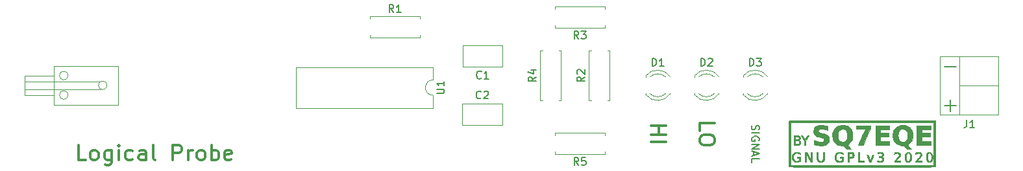
<source format=gbr>
%TF.GenerationSoftware,KiCad,Pcbnew,5.1.5-1.fc31*%
%TF.CreationDate,2020-01-31T17:19:48+01:00*%
%TF.ProjectId,logical-probe-1,6c6f6769-6361-46c2-9d70-726f62652d31,1.0*%
%TF.SameCoordinates,PX3efb0c0PY9157080*%
%TF.FileFunction,Legend,Top*%
%TF.FilePolarity,Positive*%
%FSLAX46Y46*%
G04 Gerber Fmt 4.6, Leading zero omitted, Abs format (unit mm)*
G04 Created by KiCad (PCBNEW 5.1.5-1.fc31) date 2020-01-31 17:19:48*
%MOMM*%
%LPD*%
G04 APERTURE LIST*
%ADD10C,0.150000*%
%ADD11C,0.300000*%
%ADD12C,0.120000*%
%ADD13C,0.010000*%
%ADD14C,1.702000*%
%ADD15C,1.902000*%
%ADD16R,1.902000X1.902000*%
%ADD17C,1.626000*%
%ADD18O,1.702000X1.702000*%
%ADD19R,1.702000X1.702000*%
G04 APERTURE END LIST*
D10*
X94845238Y7460953D02*
X94797619Y7318096D01*
X94797619Y7080000D01*
X94845238Y6984762D01*
X94892857Y6937143D01*
X94988095Y6889524D01*
X95083333Y6889524D01*
X95178571Y6937143D01*
X95226190Y6984762D01*
X95273809Y7080000D01*
X95321428Y7270477D01*
X95369047Y7365715D01*
X95416666Y7413334D01*
X95511904Y7460953D01*
X95607142Y7460953D01*
X95702380Y7413334D01*
X95750000Y7365715D01*
X95797619Y7270477D01*
X95797619Y7032381D01*
X95750000Y6889524D01*
X94797619Y6460953D02*
X95797619Y6460953D01*
X95750000Y5460953D02*
X95797619Y5556191D01*
X95797619Y5699048D01*
X95750000Y5841905D01*
X95654761Y5937143D01*
X95559523Y5984762D01*
X95369047Y6032381D01*
X95226190Y6032381D01*
X95035714Y5984762D01*
X94940476Y5937143D01*
X94845238Y5841905D01*
X94797619Y5699048D01*
X94797619Y5603810D01*
X94845238Y5460953D01*
X94892857Y5413334D01*
X95226190Y5413334D01*
X95226190Y5603810D01*
X94797619Y4984762D02*
X95797619Y4984762D01*
X94797619Y4413334D01*
X95797619Y4413334D01*
X95083333Y3984762D02*
X95083333Y3508572D01*
X94797619Y4080000D02*
X95797619Y3746667D01*
X94797619Y3413334D01*
X94797619Y2603810D02*
X94797619Y3080000D01*
X95797619Y3080000D01*
D11*
X87995238Y6778572D02*
X87995238Y7730953D01*
X89995238Y7730953D01*
X89995238Y5730953D02*
X89995238Y5350000D01*
X89900000Y5159524D01*
X89709523Y4969048D01*
X89328571Y4873810D01*
X88661904Y4873810D01*
X88280952Y4969048D01*
X88090476Y5159524D01*
X87995238Y5350000D01*
X87995238Y5730953D01*
X88090476Y5921429D01*
X88280952Y6111905D01*
X88661904Y6207143D01*
X89328571Y6207143D01*
X89709523Y6111905D01*
X89900000Y5921429D01*
X89995238Y5730953D01*
X81645238Y7397620D02*
X83645238Y7397620D01*
X82692857Y7397620D02*
X82692857Y6254762D01*
X81645238Y6254762D02*
X83645238Y6254762D01*
X81645238Y5302381D02*
X83645238Y5302381D01*
X7973571Y2905239D02*
X7021190Y2905239D01*
X7021190Y4905239D01*
X8925952Y2905239D02*
X8735476Y3000477D01*
X8640238Y3095715D01*
X8545000Y3286191D01*
X8545000Y3857620D01*
X8640238Y4048096D01*
X8735476Y4143334D01*
X8925952Y4238572D01*
X9211666Y4238572D01*
X9402142Y4143334D01*
X9497380Y4048096D01*
X9592619Y3857620D01*
X9592619Y3286191D01*
X9497380Y3095715D01*
X9402142Y3000477D01*
X9211666Y2905239D01*
X8925952Y2905239D01*
X11306904Y4238572D02*
X11306904Y2619524D01*
X11211666Y2429048D01*
X11116428Y2333810D01*
X10925952Y2238572D01*
X10640238Y2238572D01*
X10449761Y2333810D01*
X11306904Y3000477D02*
X11116428Y2905239D01*
X10735476Y2905239D01*
X10545000Y3000477D01*
X10449761Y3095715D01*
X10354523Y3286191D01*
X10354523Y3857620D01*
X10449761Y4048096D01*
X10545000Y4143334D01*
X10735476Y4238572D01*
X11116428Y4238572D01*
X11306904Y4143334D01*
X12259285Y2905239D02*
X12259285Y4238572D01*
X12259285Y4905239D02*
X12164047Y4810000D01*
X12259285Y4714762D01*
X12354523Y4810000D01*
X12259285Y4905239D01*
X12259285Y4714762D01*
X14068809Y3000477D02*
X13878333Y2905239D01*
X13497380Y2905239D01*
X13306904Y3000477D01*
X13211666Y3095715D01*
X13116428Y3286191D01*
X13116428Y3857620D01*
X13211666Y4048096D01*
X13306904Y4143334D01*
X13497380Y4238572D01*
X13878333Y4238572D01*
X14068809Y4143334D01*
X15783095Y2905239D02*
X15783095Y3952858D01*
X15687857Y4143334D01*
X15497380Y4238572D01*
X15116428Y4238572D01*
X14925952Y4143334D01*
X15783095Y3000477D02*
X15592619Y2905239D01*
X15116428Y2905239D01*
X14925952Y3000477D01*
X14830714Y3190953D01*
X14830714Y3381429D01*
X14925952Y3571905D01*
X15116428Y3667143D01*
X15592619Y3667143D01*
X15783095Y3762381D01*
X17021190Y2905239D02*
X16830714Y3000477D01*
X16735476Y3190953D01*
X16735476Y4905239D01*
X19306904Y2905239D02*
X19306904Y4905239D01*
X20068809Y4905239D01*
X20259285Y4810000D01*
X20354523Y4714762D01*
X20449761Y4524286D01*
X20449761Y4238572D01*
X20354523Y4048096D01*
X20259285Y3952858D01*
X20068809Y3857620D01*
X19306904Y3857620D01*
X21306904Y2905239D02*
X21306904Y4238572D01*
X21306904Y3857620D02*
X21402142Y4048096D01*
X21497380Y4143334D01*
X21687857Y4238572D01*
X21878333Y4238572D01*
X22830714Y2905239D02*
X22640238Y3000477D01*
X22545000Y3095715D01*
X22449761Y3286191D01*
X22449761Y3857620D01*
X22545000Y4048096D01*
X22640238Y4143334D01*
X22830714Y4238572D01*
X23116428Y4238572D01*
X23306904Y4143334D01*
X23402142Y4048096D01*
X23497380Y3857620D01*
X23497380Y3286191D01*
X23402142Y3095715D01*
X23306904Y3000477D01*
X23116428Y2905239D01*
X22830714Y2905239D01*
X24354523Y2905239D02*
X24354523Y4905239D01*
X24354523Y4143334D02*
X24545000Y4238572D01*
X24925952Y4238572D01*
X25116428Y4143334D01*
X25211666Y4048096D01*
X25306904Y3857620D01*
X25306904Y3286191D01*
X25211666Y3095715D01*
X25116428Y3000477D01*
X24925952Y2905239D01*
X24545000Y2905239D01*
X24354523Y3000477D01*
X26925952Y3000477D02*
X26735476Y2905239D01*
X26354523Y2905239D01*
X26164047Y3000477D01*
X26068809Y3190953D01*
X26068809Y3952858D01*
X26164047Y4143334D01*
X26354523Y4238572D01*
X26735476Y4238572D01*
X26925952Y4143334D01*
X27021190Y3952858D01*
X27021190Y3762381D01*
X26068809Y3571905D01*
D12*
%TO.C,J2*%
X0Y12192000D02*
X9906000Y12192000D01*
X0Y13208000D02*
X9652000Y13208000D01*
X10727961Y12700000D02*
G75*
G03X10727961Y12700000I-567961J0D01*
G01*
X5647961Y11430000D02*
G75*
G03X5647961Y11430000I-567961J0D01*
G01*
X5647961Y13970000D02*
G75*
G03X5647961Y13970000I-567961J0D01*
G01*
X0Y11430000D02*
X3810000Y11430000D01*
X0Y13970000D02*
X0Y11430000D01*
X3810000Y13970000D02*
X0Y13970000D01*
X3810000Y10160000D02*
X3810000Y15240000D01*
X12192000Y10160000D02*
X3810000Y10160000D01*
X12192000Y15240000D02*
X12192000Y10160000D01*
X3810000Y15240000D02*
X12192000Y15240000D01*
D13*
%TO.C,G\002A\002A\002A*%
G36*
X109980108Y8106824D02*
G01*
X110699020Y8106794D01*
X111377872Y8106739D01*
X112017800Y8106654D01*
X112619943Y8106537D01*
X113185436Y8106382D01*
X113715416Y8106187D01*
X114211019Y8105947D01*
X114673384Y8105658D01*
X115103646Y8105316D01*
X115502942Y8104917D01*
X115872409Y8104457D01*
X116213184Y8103933D01*
X116526403Y8103340D01*
X116813204Y8102675D01*
X117074722Y8101933D01*
X117312095Y8101110D01*
X117526459Y8100203D01*
X117718951Y8099207D01*
X117890709Y8098118D01*
X118042868Y8096934D01*
X118176565Y8095648D01*
X118292938Y8094259D01*
X118393123Y8092761D01*
X118478256Y8091151D01*
X118549474Y8089424D01*
X118607915Y8087577D01*
X118654715Y8085606D01*
X118691010Y8083507D01*
X118717938Y8081276D01*
X118736635Y8078908D01*
X118748238Y8076401D01*
X118753883Y8073749D01*
X118754071Y8073572D01*
X118758735Y8065908D01*
X118762946Y8051348D01*
X118766728Y8027848D01*
X118770103Y7993362D01*
X118773094Y7945845D01*
X118775724Y7883254D01*
X118778015Y7803543D01*
X118779990Y7704667D01*
X118781671Y7584583D01*
X118783082Y7441245D01*
X118784244Y7272609D01*
X118785180Y7076629D01*
X118785914Y6851262D01*
X118786467Y6594463D01*
X118786863Y6304187D01*
X118787123Y5978389D01*
X118787271Y5615024D01*
X118787330Y5212049D01*
X118787333Y5069417D01*
X118787300Y4652864D01*
X118787184Y4276599D01*
X118786963Y3938578D01*
X118786615Y3636757D01*
X118786116Y3369090D01*
X118785445Y3133533D01*
X118784578Y2928042D01*
X118783493Y2750570D01*
X118782167Y2599075D01*
X118780578Y2471511D01*
X118778703Y2365834D01*
X118776520Y2279999D01*
X118774005Y2211960D01*
X118771136Y2159675D01*
X118767890Y2121097D01*
X118764246Y2094182D01*
X118760179Y2076886D01*
X118755668Y2067164D01*
X118754071Y2065262D01*
X118748774Y2062601D01*
X118737593Y2060084D01*
X118719392Y2057708D01*
X118693035Y2055468D01*
X118657383Y2053360D01*
X118611301Y2051381D01*
X118553653Y2049526D01*
X118483300Y2047792D01*
X118399106Y2046174D01*
X118299935Y2044669D01*
X118184650Y2043272D01*
X118052115Y2041981D01*
X117901191Y2040789D01*
X117730743Y2039695D01*
X117539634Y2038693D01*
X117326727Y2037780D01*
X117090886Y2036952D01*
X116830973Y2036205D01*
X116545852Y2035534D01*
X116234386Y2034937D01*
X115895438Y2034408D01*
X115527872Y2033945D01*
X115130551Y2033542D01*
X114702338Y2033197D01*
X114242097Y2032904D01*
X113748690Y2032661D01*
X113220980Y2032463D01*
X112657832Y2032306D01*
X112058109Y2032186D01*
X111420673Y2032100D01*
X110744388Y2032043D01*
X110028116Y2032011D01*
X109270723Y2032000D01*
X109220000Y2032000D01*
X108459892Y2032009D01*
X107740980Y2032040D01*
X107062128Y2032095D01*
X106422199Y2032180D01*
X105820057Y2032297D01*
X105254564Y2032451D01*
X104724584Y2032647D01*
X104228980Y2032887D01*
X103766616Y2033176D01*
X103336354Y2033518D01*
X102937057Y2033917D01*
X102567590Y2034376D01*
X102226816Y2034900D01*
X101913596Y2035493D01*
X101626796Y2036159D01*
X101365278Y2036901D01*
X101127905Y2037724D01*
X100913541Y2038631D01*
X100721048Y2039627D01*
X100549291Y2040715D01*
X100397132Y2041900D01*
X100263434Y2043185D01*
X100147062Y2044575D01*
X100046877Y2046073D01*
X99961744Y2047683D01*
X99890525Y2049410D01*
X99832084Y2051256D01*
X99785285Y2053227D01*
X99748989Y2055327D01*
X99722062Y2057558D01*
X99703365Y2059925D01*
X99691762Y2062433D01*
X99686116Y2065084D01*
X99685928Y2065262D01*
X99681265Y2072926D01*
X99677054Y2087485D01*
X99673272Y2110986D01*
X99669896Y2145472D01*
X99666905Y2192989D01*
X99664276Y2255580D01*
X99661985Y2335291D01*
X99660010Y2434166D01*
X99658328Y2554251D01*
X99656918Y2697589D01*
X99655756Y2866225D01*
X99654819Y3062204D01*
X99654086Y3287571D01*
X99653532Y3544371D01*
X99653168Y3811900D01*
X99889274Y3811900D01*
X99889332Y3533591D01*
X99889543Y3276842D01*
X99889902Y3044160D01*
X99890404Y2838054D01*
X99891046Y2661029D01*
X99891823Y2515595D01*
X99892732Y2404258D01*
X99893767Y2329525D01*
X99894925Y2293906D01*
X99895277Y2291268D01*
X99903409Y2289073D01*
X99926753Y2287003D01*
X99966311Y2285058D01*
X100023083Y2283235D01*
X100098071Y2281530D01*
X100192275Y2279943D01*
X100306697Y2278471D01*
X100442338Y2277111D01*
X100600200Y2275862D01*
X100781282Y2274721D01*
X100986587Y2273685D01*
X101217115Y2272753D01*
X101473868Y2271922D01*
X101757846Y2271190D01*
X102070052Y2270555D01*
X102411485Y2270014D01*
X102783147Y2269566D01*
X103186040Y2269207D01*
X103621164Y2268935D01*
X104089521Y2268749D01*
X104592111Y2268647D01*
X105129937Y2268624D01*
X105703998Y2268681D01*
X106315296Y2268813D01*
X106964832Y2269020D01*
X107653608Y2269298D01*
X108382624Y2269646D01*
X109152881Y2270061D01*
X109224636Y2270101D01*
X118543917Y2275417D01*
X118543917Y7863417D01*
X99896083Y7863417D01*
X99890640Y5090583D01*
X99890050Y4751111D01*
X99889628Y4423167D01*
X99889371Y4109261D01*
X99889274Y3811900D01*
X99653168Y3811900D01*
X99653137Y3834647D01*
X99652876Y4160445D01*
X99652728Y4523809D01*
X99652670Y4926785D01*
X99652667Y5069417D01*
X99652700Y5485970D01*
X99652816Y5862235D01*
X99653037Y6200255D01*
X99653385Y6502077D01*
X99653884Y6769744D01*
X99654555Y7005301D01*
X99655422Y7210792D01*
X99656507Y7388263D01*
X99657832Y7539758D01*
X99659421Y7667322D01*
X99661296Y7773000D01*
X99663480Y7858835D01*
X99665995Y7926873D01*
X99668864Y7979159D01*
X99672109Y8017737D01*
X99675754Y8044652D01*
X99679821Y8061948D01*
X99684332Y8071670D01*
X99685928Y8073572D01*
X99691226Y8076233D01*
X99702406Y8078749D01*
X99720607Y8081126D01*
X99746965Y8083366D01*
X99782616Y8085474D01*
X99828698Y8087453D01*
X99886347Y8089308D01*
X99956700Y8091042D01*
X100040893Y8092660D01*
X100140064Y8094165D01*
X100255349Y8095561D01*
X100387885Y8096853D01*
X100538809Y8098044D01*
X100709256Y8099139D01*
X100900365Y8100140D01*
X101113272Y8101053D01*
X101349114Y8101882D01*
X101609027Y8102629D01*
X101894148Y8103299D01*
X102205614Y8103897D01*
X102544561Y8104425D01*
X102912127Y8104889D01*
X103309449Y8105292D01*
X103737662Y8105637D01*
X104197903Y8105929D01*
X104691310Y8106173D01*
X105219019Y8106371D01*
X105782167Y8106528D01*
X106381891Y8106648D01*
X107019327Y8106734D01*
X107695612Y8106791D01*
X108411883Y8106823D01*
X109169277Y8106833D01*
X109220000Y8106834D01*
X109980108Y8106824D01*
G37*
X109980108Y8106824D02*
X110699020Y8106794D01*
X111377872Y8106739D01*
X112017800Y8106654D01*
X112619943Y8106537D01*
X113185436Y8106382D01*
X113715416Y8106187D01*
X114211019Y8105947D01*
X114673384Y8105658D01*
X115103646Y8105316D01*
X115502942Y8104917D01*
X115872409Y8104457D01*
X116213184Y8103933D01*
X116526403Y8103340D01*
X116813204Y8102675D01*
X117074722Y8101933D01*
X117312095Y8101110D01*
X117526459Y8100203D01*
X117718951Y8099207D01*
X117890709Y8098118D01*
X118042868Y8096934D01*
X118176565Y8095648D01*
X118292938Y8094259D01*
X118393123Y8092761D01*
X118478256Y8091151D01*
X118549474Y8089424D01*
X118607915Y8087577D01*
X118654715Y8085606D01*
X118691010Y8083507D01*
X118717938Y8081276D01*
X118736635Y8078908D01*
X118748238Y8076401D01*
X118753883Y8073749D01*
X118754071Y8073572D01*
X118758735Y8065908D01*
X118762946Y8051348D01*
X118766728Y8027848D01*
X118770103Y7993362D01*
X118773094Y7945845D01*
X118775724Y7883254D01*
X118778015Y7803543D01*
X118779990Y7704667D01*
X118781671Y7584583D01*
X118783082Y7441245D01*
X118784244Y7272609D01*
X118785180Y7076629D01*
X118785914Y6851262D01*
X118786467Y6594463D01*
X118786863Y6304187D01*
X118787123Y5978389D01*
X118787271Y5615024D01*
X118787330Y5212049D01*
X118787333Y5069417D01*
X118787300Y4652864D01*
X118787184Y4276599D01*
X118786963Y3938578D01*
X118786615Y3636757D01*
X118786116Y3369090D01*
X118785445Y3133533D01*
X118784578Y2928042D01*
X118783493Y2750570D01*
X118782167Y2599075D01*
X118780578Y2471511D01*
X118778703Y2365834D01*
X118776520Y2279999D01*
X118774005Y2211960D01*
X118771136Y2159675D01*
X118767890Y2121097D01*
X118764246Y2094182D01*
X118760179Y2076886D01*
X118755668Y2067164D01*
X118754071Y2065262D01*
X118748774Y2062601D01*
X118737593Y2060084D01*
X118719392Y2057708D01*
X118693035Y2055468D01*
X118657383Y2053360D01*
X118611301Y2051381D01*
X118553653Y2049526D01*
X118483300Y2047792D01*
X118399106Y2046174D01*
X118299935Y2044669D01*
X118184650Y2043272D01*
X118052115Y2041981D01*
X117901191Y2040789D01*
X117730743Y2039695D01*
X117539634Y2038693D01*
X117326727Y2037780D01*
X117090886Y2036952D01*
X116830973Y2036205D01*
X116545852Y2035534D01*
X116234386Y2034937D01*
X115895438Y2034408D01*
X115527872Y2033945D01*
X115130551Y2033542D01*
X114702338Y2033197D01*
X114242097Y2032904D01*
X113748690Y2032661D01*
X113220980Y2032463D01*
X112657832Y2032306D01*
X112058109Y2032186D01*
X111420673Y2032100D01*
X110744388Y2032043D01*
X110028116Y2032011D01*
X109270723Y2032000D01*
X109220000Y2032000D01*
X108459892Y2032009D01*
X107740980Y2032040D01*
X107062128Y2032095D01*
X106422199Y2032180D01*
X105820057Y2032297D01*
X105254564Y2032451D01*
X104724584Y2032647D01*
X104228980Y2032887D01*
X103766616Y2033176D01*
X103336354Y2033518D01*
X102937057Y2033917D01*
X102567590Y2034376D01*
X102226816Y2034900D01*
X101913596Y2035493D01*
X101626796Y2036159D01*
X101365278Y2036901D01*
X101127905Y2037724D01*
X100913541Y2038631D01*
X100721048Y2039627D01*
X100549291Y2040715D01*
X100397132Y2041900D01*
X100263434Y2043185D01*
X100147062Y2044575D01*
X100046877Y2046073D01*
X99961744Y2047683D01*
X99890525Y2049410D01*
X99832084Y2051256D01*
X99785285Y2053227D01*
X99748989Y2055327D01*
X99722062Y2057558D01*
X99703365Y2059925D01*
X99691762Y2062433D01*
X99686116Y2065084D01*
X99685928Y2065262D01*
X99681265Y2072926D01*
X99677054Y2087485D01*
X99673272Y2110986D01*
X99669896Y2145472D01*
X99666905Y2192989D01*
X99664276Y2255580D01*
X99661985Y2335291D01*
X99660010Y2434166D01*
X99658328Y2554251D01*
X99656918Y2697589D01*
X99655756Y2866225D01*
X99654819Y3062204D01*
X99654086Y3287571D01*
X99653532Y3544371D01*
X99653168Y3811900D01*
X99889274Y3811900D01*
X99889332Y3533591D01*
X99889543Y3276842D01*
X99889902Y3044160D01*
X99890404Y2838054D01*
X99891046Y2661029D01*
X99891823Y2515595D01*
X99892732Y2404258D01*
X99893767Y2329525D01*
X99894925Y2293906D01*
X99895277Y2291268D01*
X99903409Y2289073D01*
X99926753Y2287003D01*
X99966311Y2285058D01*
X100023083Y2283235D01*
X100098071Y2281530D01*
X100192275Y2279943D01*
X100306697Y2278471D01*
X100442338Y2277111D01*
X100600200Y2275862D01*
X100781282Y2274721D01*
X100986587Y2273685D01*
X101217115Y2272753D01*
X101473868Y2271922D01*
X101757846Y2271190D01*
X102070052Y2270555D01*
X102411485Y2270014D01*
X102783147Y2269566D01*
X103186040Y2269207D01*
X103621164Y2268935D01*
X104089521Y2268749D01*
X104592111Y2268647D01*
X105129937Y2268624D01*
X105703998Y2268681D01*
X106315296Y2268813D01*
X106964832Y2269020D01*
X107653608Y2269298D01*
X108382624Y2269646D01*
X109152881Y2270061D01*
X109224636Y2270101D01*
X118543917Y2275417D01*
X118543917Y7863417D01*
X99896083Y7863417D01*
X99890640Y5090583D01*
X99890050Y4751111D01*
X99889628Y4423167D01*
X99889371Y4109261D01*
X99889274Y3811900D01*
X99653168Y3811900D01*
X99653137Y3834647D01*
X99652876Y4160445D01*
X99652728Y4523809D01*
X99652670Y4926785D01*
X99652667Y5069417D01*
X99652700Y5485970D01*
X99652816Y5862235D01*
X99653037Y6200255D01*
X99653385Y6502077D01*
X99653884Y6769744D01*
X99654555Y7005301D01*
X99655422Y7210792D01*
X99656507Y7388263D01*
X99657832Y7539758D01*
X99659421Y7667322D01*
X99661296Y7773000D01*
X99663480Y7858835D01*
X99665995Y7926873D01*
X99668864Y7979159D01*
X99672109Y8017737D01*
X99675754Y8044652D01*
X99679821Y8061948D01*
X99684332Y8071670D01*
X99685928Y8073572D01*
X99691226Y8076233D01*
X99702406Y8078749D01*
X99720607Y8081126D01*
X99746965Y8083366D01*
X99782616Y8085474D01*
X99828698Y8087453D01*
X99886347Y8089308D01*
X99956700Y8091042D01*
X100040893Y8092660D01*
X100140064Y8094165D01*
X100255349Y8095561D01*
X100387885Y8096853D01*
X100538809Y8098044D01*
X100709256Y8099139D01*
X100900365Y8100140D01*
X101113272Y8101053D01*
X101349114Y8101882D01*
X101609027Y8102629D01*
X101894148Y8103299D01*
X102205614Y8103897D01*
X102544561Y8104425D01*
X102912127Y8104889D01*
X103309449Y8105292D01*
X103737662Y8105637D01*
X104197903Y8105929D01*
X104691310Y8106173D01*
X105219019Y8106371D01*
X105782167Y8106528D01*
X106381891Y8106648D01*
X107019327Y8106734D01*
X107695612Y8106791D01*
X108411883Y8106823D01*
X109169277Y8106833D01*
X109220000Y8106834D01*
X109980108Y8106824D01*
G36*
X100822731Y3963227D02*
G01*
X100941143Y3938161D01*
X101002042Y3916746D01*
X101064736Y3887870D01*
X101097874Y3863623D01*
X101110876Y3832116D01*
X101113164Y3781462D01*
X101113167Y3776518D01*
X101113167Y3684749D01*
X101006736Y3750909D01*
X100941270Y3787329D01*
X100879066Y3809284D01*
X100803166Y3821493D01*
X100734349Y3826677D01*
X100574671Y3823011D01*
X100445821Y3790916D01*
X100346593Y3729230D01*
X100275784Y3636786D01*
X100232191Y3512421D01*
X100214607Y3354970D01*
X100214113Y3323520D01*
X100228436Y3158427D01*
X100272042Y3023245D01*
X100344086Y2918810D01*
X100443728Y2845956D01*
X100570123Y2805518D01*
X100722430Y2798332D01*
X100742750Y2799772D01*
X100822671Y2810097D01*
X100893915Y2825567D01*
X100927958Y2837280D01*
X100957138Y2853055D01*
X100974465Y2873650D01*
X100983022Y2909287D01*
X100985891Y2970184D01*
X100986167Y3030231D01*
X100986167Y3196167D01*
X100689833Y3196167D01*
X100689833Y3344333D01*
X101155500Y3344333D01*
X101155500Y2791776D01*
X101022416Y2729498D01*
X100867874Y2676769D01*
X100701042Y2653609D01*
X100537267Y2661412D01*
X100458191Y2678231D01*
X100317072Y2738432D01*
X100199503Y2830607D01*
X100110649Y2949378D01*
X100055674Y3089368D01*
X100053211Y3099896D01*
X100042123Y3177516D01*
X100036353Y3277547D01*
X100036965Y3380283D01*
X100037486Y3391249D01*
X100045296Y3491387D01*
X100059011Y3565625D01*
X100082729Y3630359D01*
X100110849Y3684874D01*
X100197063Y3799038D01*
X100311642Y3891839D01*
X100442290Y3953699D01*
X100464253Y3960190D01*
X100567300Y3975614D01*
X100692455Y3976169D01*
X100822731Y3963227D01*
G37*
X100822731Y3963227D02*
X100941143Y3938161D01*
X101002042Y3916746D01*
X101064736Y3887870D01*
X101097874Y3863623D01*
X101110876Y3832116D01*
X101113164Y3781462D01*
X101113167Y3776518D01*
X101113167Y3684749D01*
X101006736Y3750909D01*
X100941270Y3787329D01*
X100879066Y3809284D01*
X100803166Y3821493D01*
X100734349Y3826677D01*
X100574671Y3823011D01*
X100445821Y3790916D01*
X100346593Y3729230D01*
X100275784Y3636786D01*
X100232191Y3512421D01*
X100214607Y3354970D01*
X100214113Y3323520D01*
X100228436Y3158427D01*
X100272042Y3023245D01*
X100344086Y2918810D01*
X100443728Y2845956D01*
X100570123Y2805518D01*
X100722430Y2798332D01*
X100742750Y2799772D01*
X100822671Y2810097D01*
X100893915Y2825567D01*
X100927958Y2837280D01*
X100957138Y2853055D01*
X100974465Y2873650D01*
X100983022Y2909287D01*
X100985891Y2970184D01*
X100986167Y3030231D01*
X100986167Y3196167D01*
X100689833Y3196167D01*
X100689833Y3344333D01*
X101155500Y3344333D01*
X101155500Y2791776D01*
X101022416Y2729498D01*
X100867874Y2676769D01*
X100701042Y2653609D01*
X100537267Y2661412D01*
X100458191Y2678231D01*
X100317072Y2738432D01*
X100199503Y2830607D01*
X100110649Y2949378D01*
X100055674Y3089368D01*
X100053211Y3099896D01*
X100042123Y3177516D01*
X100036353Y3277547D01*
X100036965Y3380283D01*
X100037486Y3391249D01*
X100045296Y3491387D01*
X100059011Y3565625D01*
X100082729Y3630359D01*
X100110849Y3684874D01*
X100197063Y3799038D01*
X100311642Y3891839D01*
X100442290Y3953699D01*
X100464253Y3960190D01*
X100567300Y3975614D01*
X100692455Y3976169D01*
X100822731Y3963227D01*
G36*
X103462789Y3571875D02*
G01*
X103464144Y3386684D01*
X103468592Y3238583D01*
X103476907Y3122393D01*
X103489861Y3032937D01*
X103508226Y2965034D01*
X103532775Y2913505D01*
X103564280Y2873172D01*
X103567487Y2869910D01*
X103610150Y2833274D01*
X103655607Y2812630D01*
X103719655Y2802282D01*
X103763655Y2799186D01*
X103848833Y2797992D01*
X103909119Y2808019D01*
X103961143Y2832254D01*
X103966649Y2835648D01*
X104006064Y2863553D01*
X104036742Y2895491D01*
X104059759Y2936859D01*
X104076194Y2993057D01*
X104087123Y3069482D01*
X104093626Y3171532D01*
X104096779Y3304605D01*
X104097662Y3474100D01*
X104097667Y3491820D01*
X104097667Y3958167D01*
X104292187Y3958167D01*
X104284039Y3476625D01*
X104280321Y3301997D01*
X104275098Y3163892D01*
X104267372Y3056504D01*
X104256146Y2974025D01*
X104240423Y2910649D01*
X104219205Y2860568D01*
X104191495Y2817976D01*
X104165651Y2787231D01*
X104088123Y2728324D01*
X103982210Y2684544D01*
X103859975Y2658532D01*
X103733483Y2652933D01*
X103622777Y2668317D01*
X103507143Y2718128D01*
X103409152Y2801834D01*
X103351423Y2885185D01*
X103336213Y2915994D01*
X103324518Y2948163D01*
X103315771Y2987746D01*
X103309404Y3040797D01*
X103304849Y3113373D01*
X103301540Y3211527D01*
X103298909Y3341316D01*
X103296997Y3466042D01*
X103289923Y3958167D01*
X103462667Y3958167D01*
X103462789Y3571875D01*
G37*
X103462789Y3571875D02*
X103464144Y3386684D01*
X103468592Y3238583D01*
X103476907Y3122393D01*
X103489861Y3032937D01*
X103508226Y2965034D01*
X103532775Y2913505D01*
X103564280Y2873172D01*
X103567487Y2869910D01*
X103610150Y2833274D01*
X103655607Y2812630D01*
X103719655Y2802282D01*
X103763655Y2799186D01*
X103848833Y2797992D01*
X103909119Y2808019D01*
X103961143Y2832254D01*
X103966649Y2835648D01*
X104006064Y2863553D01*
X104036742Y2895491D01*
X104059759Y2936859D01*
X104076194Y2993057D01*
X104087123Y3069482D01*
X104093626Y3171532D01*
X104096779Y3304605D01*
X104097662Y3474100D01*
X104097667Y3491820D01*
X104097667Y3958167D01*
X104292187Y3958167D01*
X104284039Y3476625D01*
X104280321Y3301997D01*
X104275098Y3163892D01*
X104267372Y3056504D01*
X104256146Y2974025D01*
X104240423Y2910649D01*
X104219205Y2860568D01*
X104191495Y2817976D01*
X104165651Y2787231D01*
X104088123Y2728324D01*
X103982210Y2684544D01*
X103859975Y2658532D01*
X103733483Y2652933D01*
X103622777Y2668317D01*
X103507143Y2718128D01*
X103409152Y2801834D01*
X103351423Y2885185D01*
X103336213Y2915994D01*
X103324518Y2948163D01*
X103315771Y2987746D01*
X103309404Y3040797D01*
X103304849Y3113373D01*
X103301540Y3211527D01*
X103298909Y3341316D01*
X103296997Y3466042D01*
X103289923Y3958167D01*
X103462667Y3958167D01*
X103462789Y3571875D01*
G36*
X106452569Y3962426D02*
G01*
X106575195Y3928809D01*
X106607602Y3914526D01*
X106668130Y3882039D01*
X106700109Y3853406D01*
X106713806Y3815576D01*
X106718212Y3773917D01*
X106724674Y3684917D01*
X106584382Y3758042D01*
X106502263Y3797885D01*
X106435581Y3820026D01*
X106364027Y3829444D01*
X106286199Y3831167D01*
X106161070Y3824484D01*
X106065534Y3801724D01*
X105988593Y3758821D01*
X105924115Y3697315D01*
X105865354Y3612451D01*
X105829621Y3513386D01*
X105813770Y3389714D01*
X105812285Y3327248D01*
X105821688Y3176140D01*
X105851685Y3055900D01*
X105904509Y2959252D01*
X105936987Y2920819D01*
X106026571Y2850483D01*
X106136068Y2809591D01*
X106271228Y2796414D01*
X106342135Y2799079D01*
X106443791Y2808624D01*
X106510454Y2824866D01*
X106549463Y2855032D01*
X106568156Y2906348D01*
X106573871Y2986040D01*
X106574167Y3027578D01*
X106574167Y3196167D01*
X106299000Y3196167D01*
X106299000Y3344333D01*
X106743500Y3344333D01*
X106743500Y3069655D01*
X106743114Y2956952D01*
X106741161Y2878982D01*
X106736452Y2828147D01*
X106727795Y2796848D01*
X106713999Y2777487D01*
X106695528Y2763544D01*
X106588188Y2711664D01*
X106455007Y2674954D01*
X106310470Y2655702D01*
X106169063Y2656196D01*
X106088284Y2667637D01*
X105945645Y2718082D01*
X105824926Y2802723D01*
X105729932Y2917497D01*
X105664465Y3058340D01*
X105642750Y3143693D01*
X105625358Y3322462D01*
X105641090Y3488306D01*
X105687791Y3636812D01*
X105763303Y3763566D01*
X105865472Y3864155D01*
X105992141Y3934164D01*
X106036147Y3948997D01*
X106167613Y3973451D01*
X106311565Y3977617D01*
X106452569Y3962426D01*
G37*
X106452569Y3962426D02*
X106575195Y3928809D01*
X106607602Y3914526D01*
X106668130Y3882039D01*
X106700109Y3853406D01*
X106713806Y3815576D01*
X106718212Y3773917D01*
X106724674Y3684917D01*
X106584382Y3758042D01*
X106502263Y3797885D01*
X106435581Y3820026D01*
X106364027Y3829444D01*
X106286199Y3831167D01*
X106161070Y3824484D01*
X106065534Y3801724D01*
X105988593Y3758821D01*
X105924115Y3697315D01*
X105865354Y3612451D01*
X105829621Y3513386D01*
X105813770Y3389714D01*
X105812285Y3327248D01*
X105821688Y3176140D01*
X105851685Y3055900D01*
X105904509Y2959252D01*
X105936987Y2920819D01*
X106026571Y2850483D01*
X106136068Y2809591D01*
X106271228Y2796414D01*
X106342135Y2799079D01*
X106443791Y2808624D01*
X106510454Y2824866D01*
X106549463Y2855032D01*
X106568156Y2906348D01*
X106573871Y2986040D01*
X106574167Y3027578D01*
X106574167Y3196167D01*
X106299000Y3196167D01*
X106299000Y3344333D01*
X106743500Y3344333D01*
X106743500Y3069655D01*
X106743114Y2956952D01*
X106741161Y2878982D01*
X106736452Y2828147D01*
X106727795Y2796848D01*
X106713999Y2777487D01*
X106695528Y2763544D01*
X106588188Y2711664D01*
X106455007Y2674954D01*
X106310470Y2655702D01*
X106169063Y2656196D01*
X106088284Y2667637D01*
X105945645Y2718082D01*
X105824926Y2802723D01*
X105729932Y2917497D01*
X105664465Y3058340D01*
X105642750Y3143693D01*
X105625358Y3322462D01*
X105641090Y3488306D01*
X105687791Y3636812D01*
X105763303Y3763566D01*
X105865472Y3864155D01*
X105992141Y3934164D01*
X106036147Y3948997D01*
X106167613Y3973451D01*
X106311565Y3977617D01*
X106452569Y3962426D01*
G36*
X111722142Y3960426D02*
G01*
X111801901Y3931708D01*
X111898260Y3866735D01*
X111957883Y3786418D01*
X111985397Y3684432D01*
X111985862Y3680127D01*
X111977843Y3573832D01*
X111933988Y3481794D01*
X111858827Y3412915D01*
X111846313Y3405760D01*
X111777147Y3368666D01*
X111840135Y3336093D01*
X111895868Y3297672D01*
X111952024Y3244989D01*
X111960714Y3235079D01*
X111992062Y3193375D01*
X112008313Y3153528D01*
X112013076Y3100465D01*
X112010441Y3027470D01*
X111992560Y2907387D01*
X111951096Y2817149D01*
X111880965Y2748525D01*
X111814409Y2710056D01*
X111739150Y2684297D01*
X111640731Y2664588D01*
X111536067Y2652994D01*
X111442076Y2651578D01*
X111389583Y2658237D01*
X111291863Y2681861D01*
X111228003Y2699687D01*
X111190811Y2716254D01*
X111173095Y2736103D01*
X111167663Y2763771D01*
X111167333Y2798515D01*
X111171957Y2854426D01*
X111186728Y2872632D01*
X111193792Y2871111D01*
X111332111Y2825083D01*
X111465687Y2802630D01*
X111587969Y2803126D01*
X111692410Y2825944D01*
X111772461Y2870456D01*
X111819379Y2930992D01*
X111845950Y3031265D01*
X111831075Y3123497D01*
X111774934Y3206611D01*
X111772700Y3208867D01*
X111732066Y3246694D01*
X111695752Y3268249D01*
X111649701Y3278083D01*
X111579852Y3280750D01*
X111550450Y3280833D01*
X111400167Y3280833D01*
X111400167Y3423312D01*
X111552541Y3434214D01*
X111634948Y3441857D01*
X111688351Y3453526D01*
X111726074Y3474082D01*
X111761437Y3508389D01*
X111764208Y3511476D01*
X111810323Y3577432D01*
X111821395Y3641297D01*
X111803243Y3712358D01*
X111761141Y3773514D01*
X111688840Y3811308D01*
X111583944Y3826584D01*
X111486340Y3824072D01*
X111399564Y3816256D01*
X111322191Y3807085D01*
X111270106Y3798458D01*
X111267875Y3797937D01*
X111228786Y3791965D01*
X111212799Y3807030D01*
X111209669Y3853497D01*
X111209667Y3856814D01*
X111212225Y3900042D01*
X111226899Y3925043D01*
X111264184Y3941363D01*
X111317115Y3954531D01*
X111459973Y3976648D01*
X111599033Y3978422D01*
X111722142Y3960426D01*
G37*
X111722142Y3960426D02*
X111801901Y3931708D01*
X111898260Y3866735D01*
X111957883Y3786418D01*
X111985397Y3684432D01*
X111985862Y3680127D01*
X111977843Y3573832D01*
X111933988Y3481794D01*
X111858827Y3412915D01*
X111846313Y3405760D01*
X111777147Y3368666D01*
X111840135Y3336093D01*
X111895868Y3297672D01*
X111952024Y3244989D01*
X111960714Y3235079D01*
X111992062Y3193375D01*
X112008313Y3153528D01*
X112013076Y3100465D01*
X112010441Y3027470D01*
X111992560Y2907387D01*
X111951096Y2817149D01*
X111880965Y2748525D01*
X111814409Y2710056D01*
X111739150Y2684297D01*
X111640731Y2664588D01*
X111536067Y2652994D01*
X111442076Y2651578D01*
X111389583Y2658237D01*
X111291863Y2681861D01*
X111228003Y2699687D01*
X111190811Y2716254D01*
X111173095Y2736103D01*
X111167663Y2763771D01*
X111167333Y2798515D01*
X111171957Y2854426D01*
X111186728Y2872632D01*
X111193792Y2871111D01*
X111332111Y2825083D01*
X111465687Y2802630D01*
X111587969Y2803126D01*
X111692410Y2825944D01*
X111772461Y2870456D01*
X111819379Y2930992D01*
X111845950Y3031265D01*
X111831075Y3123497D01*
X111774934Y3206611D01*
X111772700Y3208867D01*
X111732066Y3246694D01*
X111695752Y3268249D01*
X111649701Y3278083D01*
X111579852Y3280750D01*
X111550450Y3280833D01*
X111400167Y3280833D01*
X111400167Y3423312D01*
X111552541Y3434214D01*
X111634948Y3441857D01*
X111688351Y3453526D01*
X111726074Y3474082D01*
X111761437Y3508389D01*
X111764208Y3511476D01*
X111810323Y3577432D01*
X111821395Y3641297D01*
X111803243Y3712358D01*
X111761141Y3773514D01*
X111688840Y3811308D01*
X111583944Y3826584D01*
X111486340Y3824072D01*
X111399564Y3816256D01*
X111322191Y3807085D01*
X111270106Y3798458D01*
X111267875Y3797937D01*
X111228786Y3791965D01*
X111212799Y3807030D01*
X111209669Y3853497D01*
X111209667Y3856814D01*
X111212225Y3900042D01*
X111226899Y3925043D01*
X111264184Y3941363D01*
X111317115Y3954531D01*
X111459973Y3976648D01*
X111599033Y3978422D01*
X111722142Y3960426D01*
G36*
X115328370Y3960248D02*
G01*
X115437967Y3904199D01*
X115526171Y3812997D01*
X115590782Y3688454D01*
X115604939Y3645864D01*
X115629031Y3526840D01*
X115640756Y3384668D01*
X115640189Y3235206D01*
X115627400Y3094309D01*
X115602462Y2977834D01*
X115601880Y2975989D01*
X115542751Y2846968D01*
X115459495Y2747698D01*
X115357049Y2681096D01*
X115240348Y2650081D01*
X115114331Y2657572D01*
X115078750Y2666755D01*
X114973245Y2719504D01*
X114886561Y2809056D01*
X114837004Y2892966D01*
X114810420Y2952369D01*
X114792492Y3009098D01*
X114780999Y3075018D01*
X114773721Y3161992D01*
X114771566Y3208611D01*
X114938502Y3208611D01*
X114954815Y3066048D01*
X114989288Y2955361D01*
X115042677Y2873027D01*
X115051748Y2863518D01*
X115131413Y2809559D01*
X115220576Y2791496D01*
X115308247Y2811302D01*
X115317322Y2815875D01*
X115374984Y2867846D01*
X115417623Y2954917D01*
X115445791Y3078760D01*
X115460043Y3241045D01*
X115460309Y3247771D01*
X115459465Y3438532D01*
X115440731Y3591697D01*
X115403767Y3708192D01*
X115348238Y3788944D01*
X115273803Y3834879D01*
X115243212Y3842904D01*
X115150328Y3842268D01*
X115073586Y3803018D01*
X115013458Y3725864D01*
X114970420Y3611521D01*
X114944946Y3460699D01*
X114939594Y3386573D01*
X114938502Y3208611D01*
X114771566Y3208611D01*
X114769475Y3253836D01*
X114772709Y3461304D01*
X114799554Y3634142D01*
X114849918Y3772195D01*
X114923712Y3875310D01*
X115020843Y3943334D01*
X115141221Y3976113D01*
X115199583Y3979333D01*
X115328370Y3960248D01*
G37*
X115328370Y3960248D02*
X115437967Y3904199D01*
X115526171Y3812997D01*
X115590782Y3688454D01*
X115604939Y3645864D01*
X115629031Y3526840D01*
X115640756Y3384668D01*
X115640189Y3235206D01*
X115627400Y3094309D01*
X115602462Y2977834D01*
X115601880Y2975989D01*
X115542751Y2846968D01*
X115459495Y2747698D01*
X115357049Y2681096D01*
X115240348Y2650081D01*
X115114331Y2657572D01*
X115078750Y2666755D01*
X114973245Y2719504D01*
X114886561Y2809056D01*
X114837004Y2892966D01*
X114810420Y2952369D01*
X114792492Y3009098D01*
X114780999Y3075018D01*
X114773721Y3161992D01*
X114771566Y3208611D01*
X114938502Y3208611D01*
X114954815Y3066048D01*
X114989288Y2955361D01*
X115042677Y2873027D01*
X115051748Y2863518D01*
X115131413Y2809559D01*
X115220576Y2791496D01*
X115308247Y2811302D01*
X115317322Y2815875D01*
X115374984Y2867846D01*
X115417623Y2954917D01*
X115445791Y3078760D01*
X115460043Y3241045D01*
X115460309Y3247771D01*
X115459465Y3438532D01*
X115440731Y3591697D01*
X115403767Y3708192D01*
X115348238Y3788944D01*
X115273803Y3834879D01*
X115243212Y3842904D01*
X115150328Y3842268D01*
X115073586Y3803018D01*
X115013458Y3725864D01*
X114970420Y3611521D01*
X114944946Y3460699D01*
X114939594Y3386573D01*
X114938502Y3208611D01*
X114771566Y3208611D01*
X114769475Y3253836D01*
X114772709Y3461304D01*
X114799554Y3634142D01*
X114849918Y3772195D01*
X114923712Y3875310D01*
X115020843Y3943334D01*
X115141221Y3976113D01*
X115199583Y3979333D01*
X115328370Y3960248D01*
G36*
X118101201Y3960247D02*
G01*
X118210830Y3904148D01*
X118299183Y3812779D01*
X118364140Y3687880D01*
X118378231Y3645864D01*
X118401590Y3531344D01*
X118413498Y3392155D01*
X118413953Y3244349D01*
X118402953Y3103974D01*
X118380496Y2987080D01*
X118378316Y2979597D01*
X118321628Y2852361D01*
X118239443Y2753066D01*
X118137330Y2685022D01*
X118020863Y2651537D01*
X117895612Y2655920D01*
X117851584Y2666755D01*
X117746988Y2718848D01*
X117660675Y2807391D01*
X117608598Y2895053D01*
X117584827Y2945740D01*
X117568398Y2990517D01*
X117557959Y3038860D01*
X117552161Y3100241D01*
X117549653Y3184136D01*
X117549085Y3300018D01*
X117549083Y3312583D01*
X117549142Y3323167D01*
X117718456Y3323167D01*
X117721123Y3187876D01*
X117728700Y3077793D01*
X117740608Y3000017D01*
X117746327Y2979901D01*
X117794640Y2891481D01*
X117862659Y2829634D01*
X117941981Y2797051D01*
X118024202Y2796423D01*
X118100920Y2830438D01*
X118130589Y2856882D01*
X118176778Y2922091D01*
X118208823Y3006947D01*
X118228221Y3117948D01*
X118236469Y3261591D01*
X118237000Y3318592D01*
X118228431Y3496536D01*
X118202405Y3636831D01*
X118158441Y3740610D01*
X118096056Y3809002D01*
X118014771Y3843141D01*
X118013936Y3843299D01*
X117924544Y3840264D01*
X117845468Y3798040D01*
X117781050Y3719346D01*
X117764187Y3686789D01*
X117744288Y3637902D01*
X117731036Y3586835D01*
X117723160Y3523492D01*
X117719390Y3437775D01*
X117718456Y3323167D01*
X117549142Y3323167D01*
X117549772Y3434640D01*
X117552588Y3523674D01*
X117558657Y3588983D01*
X117569105Y3639867D01*
X117585059Y3685623D01*
X117597742Y3714486D01*
X117666531Y3834390D01*
X117747049Y3916086D01*
X117844394Y3963179D01*
X117963666Y3979274D01*
X117972417Y3979333D01*
X118101201Y3960247D01*
G37*
X118101201Y3960247D02*
X118210830Y3904148D01*
X118299183Y3812779D01*
X118364140Y3687880D01*
X118378231Y3645864D01*
X118401590Y3531344D01*
X118413498Y3392155D01*
X118413953Y3244349D01*
X118402953Y3103974D01*
X118380496Y2987080D01*
X118378316Y2979597D01*
X118321628Y2852361D01*
X118239443Y2753066D01*
X118137330Y2685022D01*
X118020863Y2651537D01*
X117895612Y2655920D01*
X117851584Y2666755D01*
X117746988Y2718848D01*
X117660675Y2807391D01*
X117608598Y2895053D01*
X117584827Y2945740D01*
X117568398Y2990517D01*
X117557959Y3038860D01*
X117552161Y3100241D01*
X117549653Y3184136D01*
X117549085Y3300018D01*
X117549083Y3312583D01*
X117549142Y3323167D01*
X117718456Y3323167D01*
X117721123Y3187876D01*
X117728700Y3077793D01*
X117740608Y3000017D01*
X117746327Y2979901D01*
X117794640Y2891481D01*
X117862659Y2829634D01*
X117941981Y2797051D01*
X118024202Y2796423D01*
X118100920Y2830438D01*
X118130589Y2856882D01*
X118176778Y2922091D01*
X118208823Y3006947D01*
X118228221Y3117948D01*
X118236469Y3261591D01*
X118237000Y3318592D01*
X118228431Y3496536D01*
X118202405Y3636831D01*
X118158441Y3740610D01*
X118096056Y3809002D01*
X118014771Y3843141D01*
X118013936Y3843299D01*
X117924544Y3840264D01*
X117845468Y3798040D01*
X117781050Y3719346D01*
X117764187Y3686789D01*
X117744288Y3637902D01*
X117731036Y3586835D01*
X117723160Y3523492D01*
X117719390Y3437775D01*
X117718456Y3323167D01*
X117549142Y3323167D01*
X117549772Y3434640D01*
X117552588Y3523674D01*
X117558657Y3588983D01*
X117569105Y3639867D01*
X117585059Y3685623D01*
X117597742Y3714486D01*
X117666531Y3834390D01*
X117747049Y3916086D01*
X117844394Y3963179D01*
X117963666Y3979274D01*
X117972417Y3979333D01*
X118101201Y3960247D01*
G36*
X102700667Y2667000D02*
G01*
X102474187Y2667000D01*
X102203703Y3180292D01*
X102131955Y3315921D01*
X102066014Y3439573D01*
X102008619Y3546195D01*
X101962504Y3630734D01*
X101930408Y3688137D01*
X101915066Y3713354D01*
X101914776Y3713692D01*
X101909535Y3699316D01*
X101904939Y3647319D01*
X101901157Y3562414D01*
X101898357Y3449309D01*
X101896710Y3312716D01*
X101896333Y3200400D01*
X101896333Y2667000D01*
X101825778Y2667000D01*
X101773477Y2670873D01*
X101742067Y2680278D01*
X101741111Y2681111D01*
X101737558Y2705065D01*
X101734333Y2766008D01*
X101731553Y2858595D01*
X101729335Y2977485D01*
X101727795Y3117331D01*
X101727051Y3272791D01*
X101727000Y3326695D01*
X101727000Y3958167D01*
X101848708Y3957846D01*
X101970417Y3957525D01*
X102245583Y3434886D01*
X102520750Y2912246D01*
X102526411Y3435207D01*
X102532073Y3958167D01*
X102700667Y3958167D01*
X102700667Y2667000D01*
G37*
X102700667Y2667000D02*
X102474187Y2667000D01*
X102203703Y3180292D01*
X102131955Y3315921D01*
X102066014Y3439573D01*
X102008619Y3546195D01*
X101962504Y3630734D01*
X101930408Y3688137D01*
X101915066Y3713354D01*
X101914776Y3713692D01*
X101909535Y3699316D01*
X101904939Y3647319D01*
X101901157Y3562414D01*
X101898357Y3449309D01*
X101896710Y3312716D01*
X101896333Y3200400D01*
X101896333Y2667000D01*
X101825778Y2667000D01*
X101773477Y2670873D01*
X101742067Y2680278D01*
X101741111Y2681111D01*
X101737558Y2705065D01*
X101734333Y2766008D01*
X101731553Y2858595D01*
X101729335Y2977485D01*
X101727795Y3117331D01*
X101727051Y3272791D01*
X101727000Y3326695D01*
X101727000Y3958167D01*
X101848708Y3957846D01*
X101970417Y3957525D01*
X102245583Y3434886D01*
X102520750Y2912246D01*
X102526411Y3435207D01*
X102532073Y3958167D01*
X102700667Y3958167D01*
X102700667Y2667000D01*
G36*
X107627208Y3954905D02*
G01*
X107746491Y3951285D01*
X107832151Y3946512D01*
X107892899Y3939227D01*
X107937445Y3928069D01*
X107974499Y3911679D01*
X108000124Y3896687D01*
X108080611Y3823699D01*
X108133221Y3728385D01*
X108157947Y3620135D01*
X108154784Y3508338D01*
X108123725Y3402381D01*
X108064764Y3311654D01*
X108000541Y3258199D01*
X107953200Y3233238D01*
X107900636Y3216875D01*
X107831160Y3206731D01*
X107733081Y3200427D01*
X107712291Y3199549D01*
X107505500Y3191243D01*
X107505500Y2667000D01*
X107336167Y2667000D01*
X107336167Y3810000D01*
X107505500Y3810000D01*
X107505500Y3344333D01*
X107676461Y3344333D01*
X107763008Y3345402D01*
X107819307Y3350744D01*
X107857429Y3363570D01*
X107889446Y3387085D01*
X107909295Y3406205D01*
X107947921Y3452157D01*
X107966246Y3500543D01*
X107971148Y3570368D01*
X107971167Y3577167D01*
X107967012Y3649426D01*
X107949962Y3698786D01*
X107913141Y3744250D01*
X107909295Y3748128D01*
X107875408Y3779064D01*
X107842204Y3797505D01*
X107797611Y3806660D01*
X107729556Y3809737D01*
X107676461Y3810000D01*
X107505500Y3810000D01*
X107336167Y3810000D01*
X107336167Y3962226D01*
X107627208Y3954905D01*
G37*
X107627208Y3954905D02*
X107746491Y3951285D01*
X107832151Y3946512D01*
X107892899Y3939227D01*
X107937445Y3928069D01*
X107974499Y3911679D01*
X108000124Y3896687D01*
X108080611Y3823699D01*
X108133221Y3728385D01*
X108157947Y3620135D01*
X108154784Y3508338D01*
X108123725Y3402381D01*
X108064764Y3311654D01*
X108000541Y3258199D01*
X107953200Y3233238D01*
X107900636Y3216875D01*
X107831160Y3206731D01*
X107733081Y3200427D01*
X107712291Y3199549D01*
X107505500Y3191243D01*
X107505500Y2667000D01*
X107336167Y2667000D01*
X107336167Y3810000D01*
X107505500Y3810000D01*
X107505500Y3344333D01*
X107676461Y3344333D01*
X107763008Y3345402D01*
X107819307Y3350744D01*
X107857429Y3363570D01*
X107889446Y3387085D01*
X107909295Y3406205D01*
X107947921Y3452157D01*
X107966246Y3500543D01*
X107971148Y3570368D01*
X107971167Y3577167D01*
X107967012Y3649426D01*
X107949962Y3698786D01*
X107913141Y3744250D01*
X107909295Y3748128D01*
X107875408Y3779064D01*
X107842204Y3797505D01*
X107797611Y3806660D01*
X107729556Y3809737D01*
X107676461Y3810000D01*
X107505500Y3810000D01*
X107336167Y3810000D01*
X107336167Y3962226D01*
X107627208Y3954905D01*
G36*
X108839000Y2815167D02*
G01*
X109452833Y2815167D01*
X109452833Y2667000D01*
X109064778Y2667000D01*
X108940676Y2667736D01*
X108831449Y2669779D01*
X108744039Y2672887D01*
X108685389Y2676817D01*
X108662611Y2681111D01*
X108659058Y2705065D01*
X108655833Y2766008D01*
X108653053Y2858595D01*
X108650835Y2977485D01*
X108649295Y3117331D01*
X108648551Y3272791D01*
X108648500Y3326695D01*
X108648500Y3958167D01*
X108839000Y3958167D01*
X108839000Y2815167D01*
G37*
X108839000Y2815167D02*
X109452833Y2815167D01*
X109452833Y2667000D01*
X109064778Y2667000D01*
X108940676Y2667736D01*
X108831449Y2669779D01*
X108744039Y2672887D01*
X108685389Y2676817D01*
X108662611Y2681111D01*
X108659058Y2705065D01*
X108655833Y2766008D01*
X108653053Y2858595D01*
X108650835Y2977485D01*
X108649295Y3117331D01*
X108648551Y3272791D01*
X108648500Y3326695D01*
X108648500Y3958167D01*
X108839000Y3958167D01*
X108839000Y2815167D01*
G36*
X110098700Y3249083D02*
G01*
X110143297Y3129100D01*
X110183547Y3023995D01*
X110217049Y2939780D01*
X110241402Y2882468D01*
X110254207Y2858072D01*
X110254990Y2857623D01*
X110266828Y2876322D01*
X110289384Y2927028D01*
X110319326Y3001815D01*
X110350570Y3085165D01*
X110391989Y3198324D01*
X110435956Y3317507D01*
X110475952Y3425079D01*
X110495297Y3476625D01*
X110557206Y3640667D01*
X110642284Y3640667D01*
X110695872Y3638020D01*
X110716246Y3626941D01*
X110712725Y3603625D01*
X110701094Y3573256D01*
X110677044Y3509784D01*
X110643040Y3419739D01*
X110601546Y3309650D01*
X110555028Y3186044D01*
X110542917Y3153833D01*
X110495528Y3027872D01*
X110452549Y2913795D01*
X110416444Y2818133D01*
X110389677Y2747415D01*
X110374714Y2708168D01*
X110373108Y2704042D01*
X110352201Y2680232D01*
X110307269Y2669042D01*
X110254238Y2667000D01*
X110184302Y2672295D01*
X110145195Y2686902D01*
X110140452Y2693458D01*
X110130533Y2720192D01*
X110107986Y2780567D01*
X110075054Y2868591D01*
X110033980Y2978270D01*
X109987007Y3103611D01*
X109961200Y3172439D01*
X109912687Y3302132D01*
X109869581Y3418000D01*
X109833976Y3514363D01*
X109807965Y3585544D01*
X109793640Y3625865D01*
X109791500Y3632814D01*
X109810260Y3637803D01*
X109856938Y3640507D01*
X109873335Y3640667D01*
X109955169Y3640667D01*
X110098700Y3249083D01*
G37*
X110098700Y3249083D02*
X110143297Y3129100D01*
X110183547Y3023995D01*
X110217049Y2939780D01*
X110241402Y2882468D01*
X110254207Y2858072D01*
X110254990Y2857623D01*
X110266828Y2876322D01*
X110289384Y2927028D01*
X110319326Y3001815D01*
X110350570Y3085165D01*
X110391989Y3198324D01*
X110435956Y3317507D01*
X110475952Y3425079D01*
X110495297Y3476625D01*
X110557206Y3640667D01*
X110642284Y3640667D01*
X110695872Y3638020D01*
X110716246Y3626941D01*
X110712725Y3603625D01*
X110701094Y3573256D01*
X110677044Y3509784D01*
X110643040Y3419739D01*
X110601546Y3309650D01*
X110555028Y3186044D01*
X110542917Y3153833D01*
X110495528Y3027872D01*
X110452549Y2913795D01*
X110416444Y2818133D01*
X110389677Y2747415D01*
X110374714Y2708168D01*
X110373108Y2704042D01*
X110352201Y2680232D01*
X110307269Y2669042D01*
X110254238Y2667000D01*
X110184302Y2672295D01*
X110145195Y2686902D01*
X110140452Y2693458D01*
X110130533Y2720192D01*
X110107986Y2780567D01*
X110075054Y2868591D01*
X110033980Y2978270D01*
X109987007Y3103611D01*
X109961200Y3172439D01*
X109912687Y3302132D01*
X109869581Y3418000D01*
X109833976Y3514363D01*
X109807965Y3585544D01*
X109793640Y3625865D01*
X109791500Y3632814D01*
X109810260Y3637803D01*
X109856938Y3640507D01*
X109873335Y3640667D01*
X109955169Y3640667D01*
X110098700Y3249083D01*
G36*
X113931899Y3951106D02*
G01*
X114036306Y3902530D01*
X114117149Y3832899D01*
X114170473Y3745226D01*
X114192325Y3642527D01*
X114178749Y3527815D01*
X114152545Y3455775D01*
X114124682Y3410720D01*
X114073125Y3342361D01*
X114003649Y3257786D01*
X113922030Y3164081D01*
X113854993Y3090650D01*
X113598133Y2815167D01*
X114194167Y2815167D01*
X114194167Y2667000D01*
X113389833Y2667000D01*
X113389833Y2742916D01*
X113392313Y2772318D01*
X113402349Y2802541D01*
X113423838Y2838751D01*
X113460678Y2886111D01*
X113516765Y2949784D01*
X113595996Y3034936D01*
X113665366Y3108041D01*
X113785585Y3236575D01*
X113877365Y3341024D01*
X113943477Y3425902D01*
X113986695Y3495723D01*
X114009791Y3555001D01*
X114015538Y3608251D01*
X114006708Y3659986D01*
X114005948Y3662564D01*
X113975577Y3727981D01*
X113932980Y3781936D01*
X113926219Y3787698D01*
X113853137Y3821043D01*
X113754712Y3831485D01*
X113641078Y3819218D01*
X113522368Y3784440D01*
X113510418Y3779654D01*
X113387585Y3729146D01*
X113394001Y3816560D01*
X113399593Y3866389D01*
X113413967Y3896360D01*
X113447442Y3916873D01*
X113510337Y3938329D01*
X113516833Y3940361D01*
X113668208Y3973036D01*
X113807881Y3975613D01*
X113931899Y3951106D01*
G37*
X113931899Y3951106D02*
X114036306Y3902530D01*
X114117149Y3832899D01*
X114170473Y3745226D01*
X114192325Y3642527D01*
X114178749Y3527815D01*
X114152545Y3455775D01*
X114124682Y3410720D01*
X114073125Y3342361D01*
X114003649Y3257786D01*
X113922030Y3164081D01*
X113854993Y3090650D01*
X113598133Y2815167D01*
X114194167Y2815167D01*
X114194167Y2667000D01*
X113389833Y2667000D01*
X113389833Y2742916D01*
X113392313Y2772318D01*
X113402349Y2802541D01*
X113423838Y2838751D01*
X113460678Y2886111D01*
X113516765Y2949784D01*
X113595996Y3034936D01*
X113665366Y3108041D01*
X113785585Y3236575D01*
X113877365Y3341024D01*
X113943477Y3425902D01*
X113986695Y3495723D01*
X114009791Y3555001D01*
X114015538Y3608251D01*
X114006708Y3659986D01*
X114005948Y3662564D01*
X113975577Y3727981D01*
X113932980Y3781936D01*
X113926219Y3787698D01*
X113853137Y3821043D01*
X113754712Y3831485D01*
X113641078Y3819218D01*
X113522368Y3784440D01*
X113510418Y3779654D01*
X113387585Y3729146D01*
X113394001Y3816560D01*
X113399593Y3866389D01*
X113413967Y3896360D01*
X113447442Y3916873D01*
X113510337Y3938329D01*
X113516833Y3940361D01*
X113668208Y3973036D01*
X113807881Y3975613D01*
X113931899Y3951106D01*
G36*
X116676242Y3963036D02*
G01*
X116788961Y3922488D01*
X116874659Y3853046D01*
X116925600Y3776420D01*
X116956926Y3696337D01*
X116966261Y3616696D01*
X116951677Y3533161D01*
X116911246Y3441391D01*
X116843040Y3337048D01*
X116745131Y3215795D01*
X116615591Y3073293D01*
X116610940Y3068373D01*
X116371296Y2815167D01*
X116967000Y2815167D01*
X116967000Y2667000D01*
X116162667Y2667000D01*
X116162667Y2743028D01*
X116165122Y2772477D01*
X116175100Y2802636D01*
X116196516Y2838681D01*
X116233289Y2885786D01*
X116289334Y2949127D01*
X116368569Y3033879D01*
X116437604Y3106287D01*
X116528376Y3203558D01*
X116611594Y3297266D01*
X116681537Y3380621D01*
X116732488Y3446829D01*
X116757329Y3486039D01*
X116789561Y3588430D01*
X116781305Y3678648D01*
X116732586Y3756523D01*
X116710656Y3776974D01*
X116629760Y3818724D01*
X116524709Y3832349D01*
X116403032Y3817804D01*
X116283251Y3779654D01*
X116160419Y3729146D01*
X116166834Y3816560D01*
X116172426Y3866389D01*
X116186800Y3896360D01*
X116220275Y3916873D01*
X116283170Y3938329D01*
X116289667Y3940361D01*
X116381091Y3961441D01*
X116483658Y3974415D01*
X116533083Y3976430D01*
X116676242Y3963036D01*
G37*
X116676242Y3963036D02*
X116788961Y3922488D01*
X116874659Y3853046D01*
X116925600Y3776420D01*
X116956926Y3696337D01*
X116966261Y3616696D01*
X116951677Y3533161D01*
X116911246Y3441391D01*
X116843040Y3337048D01*
X116745131Y3215795D01*
X116615591Y3073293D01*
X116610940Y3068373D01*
X116371296Y2815167D01*
X116967000Y2815167D01*
X116967000Y2667000D01*
X116162667Y2667000D01*
X116162667Y2743028D01*
X116165122Y2772477D01*
X116175100Y2802636D01*
X116196516Y2838681D01*
X116233289Y2885786D01*
X116289334Y2949127D01*
X116368569Y3033879D01*
X116437604Y3106287D01*
X116528376Y3203558D01*
X116611594Y3297266D01*
X116681537Y3380621D01*
X116732488Y3446829D01*
X116757329Y3486039D01*
X116789561Y3588430D01*
X116781305Y3678648D01*
X116732586Y3756523D01*
X116710656Y3776974D01*
X116629760Y3818724D01*
X116524709Y3832349D01*
X116403032Y3817804D01*
X116283251Y3779654D01*
X116160419Y3729146D01*
X116166834Y3816560D01*
X116172426Y3866389D01*
X116186800Y3896360D01*
X116220275Y3916873D01*
X116283170Y3938329D01*
X116289667Y3940361D01*
X116381091Y3961441D01*
X116483658Y3974415D01*
X116533083Y3976430D01*
X116676242Y3963036D01*
G36*
X106879999Y7469686D02*
G01*
X107081096Y7437134D01*
X107258128Y7379936D01*
X107417686Y7295833D01*
X107566357Y7182568D01*
X107597152Y7154548D01*
X107737852Y6994577D01*
X107845137Y6809066D01*
X107919076Y6597820D01*
X107959735Y6360641D01*
X107967183Y6097331D01*
X107966385Y6076071D01*
X107958831Y5948896D01*
X107946537Y5847854D01*
X107926740Y5756791D01*
X107896677Y5659553D01*
X107893587Y5650565D01*
X107803655Y5444712D01*
X107686574Y5265336D01*
X107545464Y5116324D01*
X107383444Y5001562D01*
X107363938Y4990909D01*
X107310958Y4959775D01*
X107278027Y4934593D01*
X107272667Y4926292D01*
X107286127Y4905616D01*
X107323138Y4859740D01*
X107378641Y4794672D01*
X107447578Y4716415D01*
X107477714Y4682839D01*
X107554786Y4597351D01*
X107624891Y4519463D01*
X107681573Y4456360D01*
X107718373Y4415224D01*
X107724820Y4407958D01*
X107766879Y4360333D01*
X107135083Y4360417D01*
X106930045Y4589928D01*
X106725007Y4819440D01*
X106527878Y4833083D01*
X106298291Y4861952D01*
X106098389Y4916108D01*
X105922186Y4998038D01*
X105763695Y5110231D01*
X105683488Y5184155D01*
X105557659Y5331202D01*
X105461716Y5493135D01*
X105393294Y5675830D01*
X105350024Y5885165D01*
X105333244Y6053667D01*
X105333767Y6159500D01*
X106035059Y6159500D01*
X106037075Y5997239D01*
X106045036Y5868805D01*
X106060746Y5765898D01*
X106086007Y5680215D01*
X106122622Y5603455D01*
X106172301Y5527444D01*
X106271191Y5425359D01*
X106394105Y5353191D01*
X106533634Y5312498D01*
X106682367Y5304842D01*
X106832895Y5331782D01*
X106927737Y5368368D01*
X107001423Y5410839D01*
X107067938Y5461350D01*
X107095161Y5488540D01*
X107177273Y5614658D01*
X107236947Y5766765D01*
X107274301Y5936656D01*
X107289454Y6116124D01*
X107282524Y6296963D01*
X107253631Y6470969D01*
X107202893Y6629935D01*
X107130428Y6765656D01*
X107075729Y6833397D01*
X106964884Y6923359D01*
X106835291Y6978798D01*
X106698706Y7001397D01*
X106535404Y6993902D01*
X106388776Y6948340D01*
X106262147Y6866813D01*
X106158842Y6751428D01*
X106085717Y6613332D01*
X106066220Y6560367D01*
X106052491Y6509667D01*
X106043518Y6452182D01*
X106038293Y6378862D01*
X106035803Y6280656D01*
X106035059Y6159500D01*
X105333767Y6159500D01*
X105334474Y6302268D01*
X105369625Y6535182D01*
X105437135Y6749184D01*
X105535443Y6941049D01*
X105662988Y7107554D01*
X105818209Y7245475D01*
X105949814Y7327155D01*
X106081156Y7389601D01*
X106205922Y7433410D01*
X106336380Y7461266D01*
X106484798Y7475850D01*
X106648250Y7479852D01*
X106879999Y7469686D01*
G37*
X106879999Y7469686D02*
X107081096Y7437134D01*
X107258128Y7379936D01*
X107417686Y7295833D01*
X107566357Y7182568D01*
X107597152Y7154548D01*
X107737852Y6994577D01*
X107845137Y6809066D01*
X107919076Y6597820D01*
X107959735Y6360641D01*
X107967183Y6097331D01*
X107966385Y6076071D01*
X107958831Y5948896D01*
X107946537Y5847854D01*
X107926740Y5756791D01*
X107896677Y5659553D01*
X107893587Y5650565D01*
X107803655Y5444712D01*
X107686574Y5265336D01*
X107545464Y5116324D01*
X107383444Y5001562D01*
X107363938Y4990909D01*
X107310958Y4959775D01*
X107278027Y4934593D01*
X107272667Y4926292D01*
X107286127Y4905616D01*
X107323138Y4859740D01*
X107378641Y4794672D01*
X107447578Y4716415D01*
X107477714Y4682839D01*
X107554786Y4597351D01*
X107624891Y4519463D01*
X107681573Y4456360D01*
X107718373Y4415224D01*
X107724820Y4407958D01*
X107766879Y4360333D01*
X107135083Y4360417D01*
X106930045Y4589928D01*
X106725007Y4819440D01*
X106527878Y4833083D01*
X106298291Y4861952D01*
X106098389Y4916108D01*
X105922186Y4998038D01*
X105763695Y5110231D01*
X105683488Y5184155D01*
X105557659Y5331202D01*
X105461716Y5493135D01*
X105393294Y5675830D01*
X105350024Y5885165D01*
X105333244Y6053667D01*
X105333767Y6159500D01*
X106035059Y6159500D01*
X106037075Y5997239D01*
X106045036Y5868805D01*
X106060746Y5765898D01*
X106086007Y5680215D01*
X106122622Y5603455D01*
X106172301Y5527444D01*
X106271191Y5425359D01*
X106394105Y5353191D01*
X106533634Y5312498D01*
X106682367Y5304842D01*
X106832895Y5331782D01*
X106927737Y5368368D01*
X107001423Y5410839D01*
X107067938Y5461350D01*
X107095161Y5488540D01*
X107177273Y5614658D01*
X107236947Y5766765D01*
X107274301Y5936656D01*
X107289454Y6116124D01*
X107282524Y6296963D01*
X107253631Y6470969D01*
X107202893Y6629935D01*
X107130428Y6765656D01*
X107075729Y6833397D01*
X106964884Y6923359D01*
X106835291Y6978798D01*
X106698706Y7001397D01*
X106535404Y6993902D01*
X106388776Y6948340D01*
X106262147Y6866813D01*
X106158842Y6751428D01*
X106085717Y6613332D01*
X106066220Y6560367D01*
X106052491Y6509667D01*
X106043518Y6452182D01*
X106038293Y6378862D01*
X106035803Y6280656D01*
X106035059Y6159500D01*
X105333767Y6159500D01*
X105334474Y6302268D01*
X105369625Y6535182D01*
X105437135Y6749184D01*
X105535443Y6941049D01*
X105662988Y7107554D01*
X105818209Y7245475D01*
X105949814Y7327155D01*
X106081156Y7389601D01*
X106205922Y7433410D01*
X106336380Y7461266D01*
X106484798Y7475850D01*
X106648250Y7479852D01*
X106879999Y7469686D01*
G36*
X114670150Y7477125D02*
G01*
X114811443Y7464953D01*
X114926043Y7444640D01*
X114935000Y7442301D01*
X115155075Y7363857D01*
X115344771Y7255944D01*
X115504041Y7118621D01*
X115632837Y6951950D01*
X115731114Y6755990D01*
X115798825Y6530803D01*
X115835922Y6276448D01*
X115835965Y6275917D01*
X115837691Y6028158D01*
X115803008Y5793778D01*
X115733481Y5576165D01*
X115630673Y5378710D01*
X115496147Y5204803D01*
X115331466Y5057834D01*
X115248312Y5001620D01*
X115123805Y4924770D01*
X115194754Y4848927D01*
X115236572Y4803681D01*
X115298486Y4736014D01*
X115372257Y4654957D01*
X115449647Y4569542D01*
X115452208Y4566708D01*
X115638713Y4360333D01*
X115001690Y4360333D01*
X114796230Y4590223D01*
X114590771Y4820112D01*
X114397760Y4832496D01*
X114151814Y4865577D01*
X113931034Y4931096D01*
X113736690Y5028140D01*
X113570056Y5155799D01*
X113432404Y5313163D01*
X113325006Y5499321D01*
X113270745Y5639275D01*
X113231177Y5803300D01*
X113207613Y5991834D01*
X113205109Y6064597D01*
X113883382Y6064597D01*
X113903611Y5891801D01*
X113944430Y5730761D01*
X114005732Y5589237D01*
X114087413Y5474987D01*
X114113609Y5449223D01*
X114235547Y5366451D01*
X114376610Y5316656D01*
X114527855Y5301122D01*
X114680341Y5321136D01*
X114776250Y5353976D01*
X114869908Y5413142D01*
X114960556Y5502948D01*
X115038421Y5612245D01*
X115084909Y5706135D01*
X115104662Y5760063D01*
X115118466Y5811907D01*
X115127383Y5870990D01*
X115132477Y5946635D01*
X115134810Y6048162D01*
X115135392Y6148917D01*
X115135045Y6275985D01*
X115132643Y6370328D01*
X115127102Y6441543D01*
X115117338Y6499227D01*
X115102267Y6552977D01*
X115083999Y6604000D01*
X115008134Y6752620D01*
X114906757Y6868219D01*
X114782239Y6949258D01*
X114636951Y6994198D01*
X114473264Y7001501D01*
X114471793Y7001397D01*
X114320173Y6974405D01*
X114192899Y6915386D01*
X114094771Y6833397D01*
X114010470Y6718189D01*
X113947286Y6575946D01*
X113905113Y6414428D01*
X113883847Y6241392D01*
X113883382Y6064597D01*
X113205109Y6064597D01*
X113200795Y6189899D01*
X113211463Y6382516D01*
X113228214Y6498167D01*
X113290100Y6720928D01*
X113386314Y6919756D01*
X113514942Y7092597D01*
X113674070Y7237400D01*
X113861785Y7352109D01*
X114076173Y7434671D01*
X114109500Y7443889D01*
X114221838Y7464539D01*
X114361774Y7476945D01*
X114515736Y7481131D01*
X114670150Y7477125D01*
G37*
X114670150Y7477125D02*
X114811443Y7464953D01*
X114926043Y7444640D01*
X114935000Y7442301D01*
X115155075Y7363857D01*
X115344771Y7255944D01*
X115504041Y7118621D01*
X115632837Y6951950D01*
X115731114Y6755990D01*
X115798825Y6530803D01*
X115835922Y6276448D01*
X115835965Y6275917D01*
X115837691Y6028158D01*
X115803008Y5793778D01*
X115733481Y5576165D01*
X115630673Y5378710D01*
X115496147Y5204803D01*
X115331466Y5057834D01*
X115248312Y5001620D01*
X115123805Y4924770D01*
X115194754Y4848927D01*
X115236572Y4803681D01*
X115298486Y4736014D01*
X115372257Y4654957D01*
X115449647Y4569542D01*
X115452208Y4566708D01*
X115638713Y4360333D01*
X115001690Y4360333D01*
X114796230Y4590223D01*
X114590771Y4820112D01*
X114397760Y4832496D01*
X114151814Y4865577D01*
X113931034Y4931096D01*
X113736690Y5028140D01*
X113570056Y5155799D01*
X113432404Y5313163D01*
X113325006Y5499321D01*
X113270745Y5639275D01*
X113231177Y5803300D01*
X113207613Y5991834D01*
X113205109Y6064597D01*
X113883382Y6064597D01*
X113903611Y5891801D01*
X113944430Y5730761D01*
X114005732Y5589237D01*
X114087413Y5474987D01*
X114113609Y5449223D01*
X114235547Y5366451D01*
X114376610Y5316656D01*
X114527855Y5301122D01*
X114680341Y5321136D01*
X114776250Y5353976D01*
X114869908Y5413142D01*
X114960556Y5502948D01*
X115038421Y5612245D01*
X115084909Y5706135D01*
X115104662Y5760063D01*
X115118466Y5811907D01*
X115127383Y5870990D01*
X115132477Y5946635D01*
X115134810Y6048162D01*
X115135392Y6148917D01*
X115135045Y6275985D01*
X115132643Y6370328D01*
X115127102Y6441543D01*
X115117338Y6499227D01*
X115102267Y6552977D01*
X115083999Y6604000D01*
X115008134Y6752620D01*
X114906757Y6868219D01*
X114782239Y6949258D01*
X114636951Y6994198D01*
X114473264Y7001501D01*
X114471793Y7001397D01*
X114320173Y6974405D01*
X114192899Y6915386D01*
X114094771Y6833397D01*
X114010470Y6718189D01*
X113947286Y6575946D01*
X113905113Y6414428D01*
X113883847Y6241392D01*
X113883382Y6064597D01*
X113205109Y6064597D01*
X113200795Y6189899D01*
X113211463Y6382516D01*
X113228214Y6498167D01*
X113290100Y6720928D01*
X113386314Y6919756D01*
X113514942Y7092597D01*
X113674070Y7237400D01*
X113861785Y7352109D01*
X114076173Y7434671D01*
X114109500Y7443889D01*
X114221838Y7464539D01*
X114361774Y7476945D01*
X114515736Y7481131D01*
X114670150Y7477125D01*
G36*
X104077643Y7473226D02*
G01*
X104290177Y7449697D01*
X104505337Y7413138D01*
X104589792Y7395071D01*
X104732667Y7362607D01*
X104732667Y6818624D01*
X104565932Y6879475D01*
X104383401Y6936670D01*
X104199858Y6976853D01*
X104022928Y6999429D01*
X103860240Y7003800D01*
X103719423Y6989372D01*
X103608103Y6955547D01*
X103605872Y6954499D01*
X103529931Y6898950D01*
X103484132Y6824885D01*
X103469522Y6742111D01*
X103487148Y6660437D01*
X103538057Y6589669D01*
X103564683Y6568786D01*
X103620416Y6541085D01*
X103701225Y6512457D01*
X103790397Y6488755D01*
X103797516Y6487221D01*
X104020670Y6437815D01*
X104206034Y6391446D01*
X104357902Y6346571D01*
X104480569Y6301650D01*
X104578330Y6255138D01*
X104655479Y6205495D01*
X104707167Y6160577D01*
X104800652Y6037658D01*
X104862158Y5889791D01*
X104890607Y5720962D01*
X104884920Y5535158D01*
X104882132Y5513624D01*
X104840287Y5331673D01*
X104768830Y5179210D01*
X104666640Y5055077D01*
X104532599Y4958113D01*
X104365586Y4887161D01*
X104247302Y4856212D01*
X104172455Y4845510D01*
X104067524Y4837217D01*
X103944703Y4831605D01*
X103816187Y4828947D01*
X103694171Y4829515D01*
X103590851Y4833583D01*
X103526167Y4840099D01*
X103421998Y4859234D01*
X103296349Y4886283D01*
X103168067Y4916889D01*
X103055997Y4946695D01*
X103023458Y4956326D01*
X102891167Y4997034D01*
X102891167Y5273615D01*
X102892102Y5391051D01*
X102895237Y5471126D01*
X102901061Y5518777D01*
X102910065Y5538942D01*
X102917625Y5539743D01*
X102947900Y5527398D01*
X103007025Y5503009D01*
X103084766Y5470804D01*
X103128240Y5452751D01*
X103326042Y5379684D01*
X103507728Y5333423D01*
X103687196Y5310920D01*
X103790750Y5307565D01*
X103951610Y5316537D01*
X104075999Y5345225D01*
X104165360Y5394515D01*
X104221137Y5465294D01*
X104244774Y5558448D01*
X104245833Y5586863D01*
X104236609Y5670590D01*
X104206517Y5727908D01*
X104202886Y5731950D01*
X104174497Y5760141D01*
X104143319Y5784132D01*
X104103908Y5805820D01*
X104050816Y5827103D01*
X103978598Y5849880D01*
X103881808Y5876049D01*
X103755001Y5907508D01*
X103592729Y5946156D01*
X103579083Y5949372D01*
X103371322Y6010619D01*
X103201762Y6088337D01*
X103068956Y6184169D01*
X102971452Y6299758D01*
X102907803Y6436748D01*
X102876557Y6596783D01*
X102874208Y6748584D01*
X102898732Y6929480D01*
X102953875Y7082796D01*
X103041463Y7210898D01*
X103163325Y7316149D01*
X103321289Y7400915D01*
X103402792Y7432363D01*
X103530311Y7463294D01*
X103690260Y7480259D01*
X103875188Y7483491D01*
X104077643Y7473226D01*
G37*
X104077643Y7473226D02*
X104290177Y7449697D01*
X104505337Y7413138D01*
X104589792Y7395071D01*
X104732667Y7362607D01*
X104732667Y6818624D01*
X104565932Y6879475D01*
X104383401Y6936670D01*
X104199858Y6976853D01*
X104022928Y6999429D01*
X103860240Y7003800D01*
X103719423Y6989372D01*
X103608103Y6955547D01*
X103605872Y6954499D01*
X103529931Y6898950D01*
X103484132Y6824885D01*
X103469522Y6742111D01*
X103487148Y6660437D01*
X103538057Y6589669D01*
X103564683Y6568786D01*
X103620416Y6541085D01*
X103701225Y6512457D01*
X103790397Y6488755D01*
X103797516Y6487221D01*
X104020670Y6437815D01*
X104206034Y6391446D01*
X104357902Y6346571D01*
X104480569Y6301650D01*
X104578330Y6255138D01*
X104655479Y6205495D01*
X104707167Y6160577D01*
X104800652Y6037658D01*
X104862158Y5889791D01*
X104890607Y5720962D01*
X104884920Y5535158D01*
X104882132Y5513624D01*
X104840287Y5331673D01*
X104768830Y5179210D01*
X104666640Y5055077D01*
X104532599Y4958113D01*
X104365586Y4887161D01*
X104247302Y4856212D01*
X104172455Y4845510D01*
X104067524Y4837217D01*
X103944703Y4831605D01*
X103816187Y4828947D01*
X103694171Y4829515D01*
X103590851Y4833583D01*
X103526167Y4840099D01*
X103421998Y4859234D01*
X103296349Y4886283D01*
X103168067Y4916889D01*
X103055997Y4946695D01*
X103023458Y4956326D01*
X102891167Y4997034D01*
X102891167Y5273615D01*
X102892102Y5391051D01*
X102895237Y5471126D01*
X102901061Y5518777D01*
X102910065Y5538942D01*
X102917625Y5539743D01*
X102947900Y5527398D01*
X103007025Y5503009D01*
X103084766Y5470804D01*
X103128240Y5452751D01*
X103326042Y5379684D01*
X103507728Y5333423D01*
X103687196Y5310920D01*
X103790750Y5307565D01*
X103951610Y5316537D01*
X104075999Y5345225D01*
X104165360Y5394515D01*
X104221137Y5465294D01*
X104244774Y5558448D01*
X104245833Y5586863D01*
X104236609Y5670590D01*
X104206517Y5727908D01*
X104202886Y5731950D01*
X104174497Y5760141D01*
X104143319Y5784132D01*
X104103908Y5805820D01*
X104050816Y5827103D01*
X103978598Y5849880D01*
X103881808Y5876049D01*
X103755001Y5907508D01*
X103592729Y5946156D01*
X103579083Y5949372D01*
X103371322Y6010619D01*
X103201762Y6088337D01*
X103068956Y6184169D01*
X102971452Y6299758D01*
X102907803Y6436748D01*
X102876557Y6596783D01*
X102874208Y6748584D01*
X102898732Y6929480D01*
X102953875Y7082796D01*
X103041463Y7210898D01*
X103163325Y7316149D01*
X103321289Y7400915D01*
X103402792Y7432363D01*
X103530311Y7463294D01*
X103690260Y7480259D01*
X103875188Y7483491D01*
X104077643Y7473226D01*
G36*
X100578708Y6155619D02*
G01*
X100722394Y6150091D01*
X100831043Y6141071D01*
X100911923Y6126548D01*
X100972303Y6104513D01*
X101019455Y6072954D01*
X101060646Y6029862D01*
X101068408Y6020192D01*
X101114066Y5933553D01*
X101129467Y5836980D01*
X101116063Y5741814D01*
X101075305Y5659396D01*
X101015255Y5604792D01*
X100940908Y5560926D01*
X101019542Y5516255D01*
X101104791Y5447664D01*
X101155361Y5357166D01*
X101172530Y5242110D01*
X101171295Y5201424D01*
X101152434Y5091019D01*
X101108325Y5008516D01*
X101032701Y4943980D01*
X100995550Y4922703D01*
X100956921Y4905231D01*
X100912786Y4892604D01*
X100855072Y4883807D01*
X100775704Y4877829D01*
X100666610Y4873657D01*
X100589292Y4871725D01*
X100266500Y4864534D01*
X100266500Y5482167D01*
X100435833Y5482167D01*
X100435833Y5012647D01*
X100657650Y5019865D01*
X100758349Y5023880D01*
X100826350Y5029547D01*
X100871284Y5039037D01*
X100902784Y5054524D01*
X100930481Y5078180D01*
X100934685Y5082349D01*
X100978531Y5152288D01*
X100993701Y5236215D01*
X100982328Y5322134D01*
X100946542Y5398044D01*
X100888474Y5451949D01*
X100867265Y5461945D01*
X100822241Y5471143D01*
X100748272Y5478153D01*
X100658733Y5481857D01*
X100624955Y5482167D01*
X100435833Y5482167D01*
X100266500Y5482167D01*
X100266500Y6011333D01*
X100435833Y6011333D01*
X100435833Y5626367D01*
X100645328Y5633642D01*
X100748432Y5638746D01*
X100818385Y5646679D01*
X100864352Y5659159D01*
X100895502Y5677903D01*
X100899328Y5681239D01*
X100930691Y5733573D01*
X100944842Y5807665D01*
X100939380Y5885615D01*
X100930685Y5915135D01*
X100892537Y5961372D01*
X100818525Y5992342D01*
X100707098Y6008521D01*
X100616801Y6011333D01*
X100435833Y6011333D01*
X100266500Y6011333D01*
X100266500Y6164114D01*
X100578708Y6155619D01*
G37*
X100578708Y6155619D02*
X100722394Y6150091D01*
X100831043Y6141071D01*
X100911923Y6126548D01*
X100972303Y6104513D01*
X101019455Y6072954D01*
X101060646Y6029862D01*
X101068408Y6020192D01*
X101114066Y5933553D01*
X101129467Y5836980D01*
X101116063Y5741814D01*
X101075305Y5659396D01*
X101015255Y5604792D01*
X100940908Y5560926D01*
X101019542Y5516255D01*
X101104791Y5447664D01*
X101155361Y5357166D01*
X101172530Y5242110D01*
X101171295Y5201424D01*
X101152434Y5091019D01*
X101108325Y5008516D01*
X101032701Y4943980D01*
X100995550Y4922703D01*
X100956921Y4905231D01*
X100912786Y4892604D01*
X100855072Y4883807D01*
X100775704Y4877829D01*
X100666610Y4873657D01*
X100589292Y4871725D01*
X100266500Y4864534D01*
X100266500Y5482167D01*
X100435833Y5482167D01*
X100435833Y5012647D01*
X100657650Y5019865D01*
X100758349Y5023880D01*
X100826350Y5029547D01*
X100871284Y5039037D01*
X100902784Y5054524D01*
X100930481Y5078180D01*
X100934685Y5082349D01*
X100978531Y5152288D01*
X100993701Y5236215D01*
X100982328Y5322134D01*
X100946542Y5398044D01*
X100888474Y5451949D01*
X100867265Y5461945D01*
X100822241Y5471143D01*
X100748272Y5478153D01*
X100658733Y5481857D01*
X100624955Y5482167D01*
X100435833Y5482167D01*
X100266500Y5482167D01*
X100266500Y6011333D01*
X100435833Y6011333D01*
X100435833Y5626367D01*
X100645328Y5633642D01*
X100748432Y5638746D01*
X100818385Y5646679D01*
X100864352Y5659159D01*
X100895502Y5677903D01*
X100899328Y5681239D01*
X100930691Y5733573D01*
X100944842Y5807665D01*
X100939380Y5885615D01*
X100930685Y5915135D01*
X100892537Y5961372D01*
X100818525Y5992342D01*
X100707098Y6008521D01*
X100616801Y6011333D01*
X100435833Y6011333D01*
X100266500Y6011333D01*
X100266500Y6164114D01*
X100578708Y6155619D01*
G36*
X102245864Y6157078D02*
G01*
X102275232Y6151028D01*
X102277333Y6148618D01*
X102266130Y6128430D01*
X102234952Y6078750D01*
X102187443Y6005218D01*
X102127248Y5913473D01*
X102058013Y5809153D01*
X102055083Y5804763D01*
X101832833Y5471790D01*
X101832833Y4868333D01*
X101663500Y4868333D01*
X101663500Y5483528D01*
X101441250Y5808774D01*
X101371146Y5912082D01*
X101310126Y6003370D01*
X101261934Y6076926D01*
X101230311Y6127038D01*
X101219000Y6147978D01*
X101237775Y6155128D01*
X101285015Y6156653D01*
X101308958Y6155426D01*
X101344238Y6151971D01*
X101372896Y6143864D01*
X101400290Y6125725D01*
X101431783Y6092173D01*
X101472734Y6037829D01*
X101528503Y5957312D01*
X101575707Y5887701D01*
X101752497Y5626485D01*
X101930493Y5892993D01*
X102108489Y6159500D01*
X102192911Y6159500D01*
X102245864Y6157078D01*
G37*
X102245864Y6157078D02*
X102275232Y6151028D01*
X102277333Y6148618D01*
X102266130Y6128430D01*
X102234952Y6078750D01*
X102187443Y6005218D01*
X102127248Y5913473D01*
X102058013Y5809153D01*
X102055083Y5804763D01*
X101832833Y5471790D01*
X101832833Y4868333D01*
X101663500Y4868333D01*
X101663500Y5483528D01*
X101441250Y5808774D01*
X101371146Y5912082D01*
X101310126Y6003370D01*
X101261934Y6076926D01*
X101230311Y6127038D01*
X101219000Y6147978D01*
X101237775Y6155128D01*
X101285015Y6156653D01*
X101308958Y6155426D01*
X101344238Y6151971D01*
X101372896Y6143864D01*
X101400290Y6125725D01*
X101431783Y6092173D01*
X101472734Y6037829D01*
X101528503Y5957312D01*
X101575707Y5887701D01*
X101752497Y5626485D01*
X101930493Y5892993D01*
X102108489Y6159500D01*
X102192911Y6159500D01*
X102245864Y6157078D01*
G36*
X110320667Y7054710D02*
G01*
X109824539Y5966813D01*
X109328412Y4878917D01*
X109009623Y4873074D01*
X108898911Y4871934D01*
X108804901Y4872661D01*
X108734890Y4875064D01*
X108696176Y4878952D01*
X108690833Y4881444D01*
X108699341Y4902895D01*
X108723780Y4959231D01*
X108762520Y5046816D01*
X108813933Y5162016D01*
X108876390Y5301194D01*
X108948262Y5460715D01*
X109027919Y5636946D01*
X109113734Y5826249D01*
X109148003Y5901701D01*
X109236098Y6095643D01*
X109319016Y6278346D01*
X109395082Y6446107D01*
X109462619Y6595221D01*
X109519952Y6721984D01*
X109565404Y6822695D01*
X109597300Y6893648D01*
X109613965Y6931140D01*
X109615934Y6935789D01*
X109612319Y6944078D01*
X109591774Y6950633D01*
X109550360Y6955636D01*
X109484138Y6959269D01*
X109389170Y6961715D01*
X109261517Y6963156D01*
X109097240Y6963775D01*
X109010598Y6963833D01*
X108394500Y6963833D01*
X108394500Y7450667D01*
X110320667Y7450667D01*
X110320667Y7054710D01*
G37*
X110320667Y7054710D02*
X109824539Y5966813D01*
X109328412Y4878917D01*
X109009623Y4873074D01*
X108898911Y4871934D01*
X108804901Y4872661D01*
X108734890Y4875064D01*
X108696176Y4878952D01*
X108690833Y4881444D01*
X108699341Y4902895D01*
X108723780Y4959231D01*
X108762520Y5046816D01*
X108813933Y5162016D01*
X108876390Y5301194D01*
X108948262Y5460715D01*
X109027919Y5636946D01*
X109113734Y5826249D01*
X109148003Y5901701D01*
X109236098Y6095643D01*
X109319016Y6278346D01*
X109395082Y6446107D01*
X109462619Y6595221D01*
X109519952Y6721984D01*
X109565404Y6822695D01*
X109597300Y6893648D01*
X109613965Y6931140D01*
X109615934Y6935789D01*
X109612319Y6944078D01*
X109591774Y6950633D01*
X109550360Y6955636D01*
X109484138Y6959269D01*
X109389170Y6961715D01*
X109261517Y6963156D01*
X109097240Y6963775D01*
X109010598Y6963833D01*
X108394500Y6963833D01*
X108394500Y7450667D01*
X110320667Y7450667D01*
X110320667Y7054710D01*
G36*
X112712500Y6942667D02*
G01*
X111590667Y6942667D01*
X111590667Y6455833D01*
X112649000Y6455833D01*
X112649000Y5969740D01*
X112125125Y5964078D01*
X111601250Y5958417D01*
X111589472Y5376333D01*
X112754833Y5376333D01*
X112754833Y4868333D01*
X110934500Y4868333D01*
X110934500Y7450667D01*
X112712500Y7450667D01*
X112712500Y6942667D01*
G37*
X112712500Y6942667D02*
X111590667Y6942667D01*
X111590667Y6455833D01*
X112649000Y6455833D01*
X112649000Y5969740D01*
X112125125Y5964078D01*
X111601250Y5958417D01*
X111589472Y5376333D01*
X112754833Y5376333D01*
X112754833Y4868333D01*
X110934500Y4868333D01*
X110934500Y7450667D01*
X112712500Y7450667D01*
X112712500Y6942667D01*
G36*
X118131167Y6942667D02*
G01*
X117009333Y6942667D01*
X117009333Y6455833D01*
X118067667Y6455833D01*
X118067667Y5969000D01*
X117009333Y5969000D01*
X117009333Y5376333D01*
X118173500Y5376333D01*
X118173500Y4868333D01*
X116331672Y4868333D01*
X116337128Y6154208D01*
X116342583Y7440083D01*
X117236875Y7445605D01*
X118131167Y7451126D01*
X118131167Y6942667D01*
G37*
X118131167Y6942667D02*
X117009333Y6942667D01*
X117009333Y6455833D01*
X118067667Y6455833D01*
X118067667Y5969000D01*
X117009333Y5969000D01*
X117009333Y5376333D01*
X118173500Y5376333D01*
X118173500Y4868333D01*
X116331672Y4868333D01*
X116337128Y6154208D01*
X116342583Y7440083D01*
X117236875Y7445605D01*
X118131167Y7451126D01*
X118131167Y6942667D01*
D12*
%TO.C,C1*%
X57090000Y15140000D02*
X57090000Y17880000D01*
X62330000Y15140000D02*
X62330000Y17880000D01*
X62330000Y17880000D02*
X57090000Y17880000D01*
X62330000Y15140000D02*
X57090000Y15140000D01*
%TO.C,C2*%
X62290000Y10260000D02*
X62290000Y7520000D01*
X57050000Y10260000D02*
X57050000Y7520000D01*
X57050000Y7520000D02*
X62290000Y7520000D01*
X57050000Y10260000D02*
X62290000Y10260000D01*
%TO.C,D1*%
X80990000Y11620000D02*
X80990000Y11464000D01*
X80990000Y13936000D02*
X80990000Y13780000D01*
X83591130Y11620163D02*
G75*
G02X81509039Y11620000I-1041130J1079837D01*
G01*
X83591130Y13779837D02*
G75*
G03X81509039Y13780000I-1041130J-1079837D01*
G01*
X84222335Y11621392D02*
G75*
G02X80990000Y11464484I-1672335J1078608D01*
G01*
X84222335Y13778608D02*
G75*
G03X80990000Y13935516I-1672335J-1078608D01*
G01*
%TO.C,D2*%
X87340000Y11620000D02*
X87340000Y11464000D01*
X87340000Y13936000D02*
X87340000Y13780000D01*
X89941130Y11620163D02*
G75*
G02X87859039Y11620000I-1041130J1079837D01*
G01*
X89941130Y13779837D02*
G75*
G03X87859039Y13780000I-1041130J-1079837D01*
G01*
X90572335Y11621392D02*
G75*
G02X87340000Y11464484I-1672335J1078608D01*
G01*
X90572335Y13778608D02*
G75*
G03X87340000Y13935516I-1672335J-1078608D01*
G01*
%TO.C,D3*%
X93690000Y11620000D02*
X93690000Y11464000D01*
X93690000Y13936000D02*
X93690000Y13780000D01*
X96291130Y11620163D02*
G75*
G02X94209039Y11620000I-1041130J1079837D01*
G01*
X96291130Y13779837D02*
G75*
G03X94209039Y13780000I-1041130J-1079837D01*
G01*
X96922335Y11621392D02*
G75*
G02X93690000Y11464484I-1672335J1078608D01*
G01*
X96922335Y13778608D02*
G75*
G03X93690000Y13935516I-1672335J-1078608D01*
G01*
%TO.C,J1*%
X121920000Y12700000D02*
X127000000Y12700000D01*
X121920000Y8890000D02*
X121920000Y12700000D01*
X121920000Y16510000D02*
X121920000Y8890000D01*
X119380000Y8890000D02*
X119380000Y16510000D01*
X127000000Y8890000D02*
X119380000Y8890000D01*
X127000000Y16510000D02*
X127000000Y8890000D01*
X119380000Y16510000D02*
X127000000Y16510000D01*
%TO.C,R1*%
X51530000Y18950000D02*
X51530000Y19280000D01*
X44990000Y18950000D02*
X51530000Y18950000D01*
X44990000Y19280000D02*
X44990000Y18950000D01*
X51530000Y21690000D02*
X51530000Y21360000D01*
X44990000Y21690000D02*
X51530000Y21690000D01*
X44990000Y21360000D02*
X44990000Y21690000D01*
%TO.C,R2*%
X76300000Y17240000D02*
X75970000Y17240000D01*
X76300000Y10700000D02*
X76300000Y17240000D01*
X75970000Y10700000D02*
X76300000Y10700000D01*
X73560000Y17240000D02*
X73890000Y17240000D01*
X73560000Y10700000D02*
X73560000Y17240000D01*
X73890000Y10700000D02*
X73560000Y10700000D01*
%TO.C,R3*%
X69120000Y22960000D02*
X69120000Y22630000D01*
X75660000Y22960000D02*
X69120000Y22960000D01*
X75660000Y22630000D02*
X75660000Y22960000D01*
X69120000Y20220000D02*
X69120000Y20550000D01*
X75660000Y20220000D02*
X69120000Y20220000D01*
X75660000Y20550000D02*
X75660000Y20220000D01*
%TO.C,R4*%
X69950000Y17240000D02*
X69620000Y17240000D01*
X69950000Y10700000D02*
X69950000Y17240000D01*
X69620000Y10700000D02*
X69950000Y10700000D01*
X67210000Y17240000D02*
X67540000Y17240000D01*
X67210000Y10700000D02*
X67210000Y17240000D01*
X67540000Y10700000D02*
X67210000Y10700000D01*
%TO.C,R5*%
X69120000Y6450000D02*
X69120000Y6120000D01*
X75660000Y6450000D02*
X69120000Y6450000D01*
X75660000Y6120000D02*
X75660000Y6450000D01*
X69120000Y3710000D02*
X69120000Y4040000D01*
X75660000Y3710000D02*
X69120000Y3710000D01*
X75660000Y4040000D02*
X75660000Y3710000D01*
%TO.C,U1*%
X53255000Y9745000D02*
X53255000Y11395000D01*
X35355000Y9745000D02*
X53255000Y9745000D01*
X35355000Y15045000D02*
X35355000Y9745000D01*
X53255000Y15045000D02*
X35355000Y15045000D01*
X53255000Y13395000D02*
X53255000Y15045000D01*
X53255000Y11395000D02*
G75*
G02X53255000Y13395000I0J1000000D01*
G01*
%TO.C,C1*%
D10*
X59543333Y13652858D02*
X59495714Y13605239D01*
X59352857Y13557620D01*
X59257619Y13557620D01*
X59114761Y13605239D01*
X59019523Y13700477D01*
X58971904Y13795715D01*
X58924285Y13986191D01*
X58924285Y14129048D01*
X58971904Y14319524D01*
X59019523Y14414762D01*
X59114761Y14510000D01*
X59257619Y14557620D01*
X59352857Y14557620D01*
X59495714Y14510000D01*
X59543333Y14462381D01*
X60495714Y13557620D02*
X59924285Y13557620D01*
X60210000Y13557620D02*
X60210000Y14557620D01*
X60114761Y14414762D01*
X60019523Y14319524D01*
X59924285Y14271905D01*
%TO.C,C2*%
X59503333Y11032858D02*
X59455714Y10985239D01*
X59312857Y10937620D01*
X59217619Y10937620D01*
X59074761Y10985239D01*
X58979523Y11080477D01*
X58931904Y11175715D01*
X58884285Y11366191D01*
X58884285Y11509048D01*
X58931904Y11699524D01*
X58979523Y11794762D01*
X59074761Y11890000D01*
X59217619Y11937620D01*
X59312857Y11937620D01*
X59455714Y11890000D01*
X59503333Y11842381D01*
X59884285Y11842381D02*
X59931904Y11890000D01*
X60027142Y11937620D01*
X60265238Y11937620D01*
X60360476Y11890000D01*
X60408095Y11842381D01*
X60455714Y11747143D01*
X60455714Y11651905D01*
X60408095Y11509048D01*
X59836666Y10937620D01*
X60455714Y10937620D01*
%TO.C,D1*%
X81811904Y15207620D02*
X81811904Y16207620D01*
X82050000Y16207620D01*
X82192857Y16160000D01*
X82288095Y16064762D01*
X82335714Y15969524D01*
X82383333Y15779048D01*
X82383333Y15636191D01*
X82335714Y15445715D01*
X82288095Y15350477D01*
X82192857Y15255239D01*
X82050000Y15207620D01*
X81811904Y15207620D01*
X83335714Y15207620D02*
X82764285Y15207620D01*
X83050000Y15207620D02*
X83050000Y16207620D01*
X82954761Y16064762D01*
X82859523Y15969524D01*
X82764285Y15921905D01*
%TO.C,D2*%
X88161904Y15207620D02*
X88161904Y16207620D01*
X88400000Y16207620D01*
X88542857Y16160000D01*
X88638095Y16064762D01*
X88685714Y15969524D01*
X88733333Y15779048D01*
X88733333Y15636191D01*
X88685714Y15445715D01*
X88638095Y15350477D01*
X88542857Y15255239D01*
X88400000Y15207620D01*
X88161904Y15207620D01*
X89114285Y16112381D02*
X89161904Y16160000D01*
X89257142Y16207620D01*
X89495238Y16207620D01*
X89590476Y16160000D01*
X89638095Y16112381D01*
X89685714Y16017143D01*
X89685714Y15921905D01*
X89638095Y15779048D01*
X89066666Y15207620D01*
X89685714Y15207620D01*
%TO.C,D3*%
X94511904Y15207620D02*
X94511904Y16207620D01*
X94750000Y16207620D01*
X94892857Y16160000D01*
X94988095Y16064762D01*
X95035714Y15969524D01*
X95083333Y15779048D01*
X95083333Y15636191D01*
X95035714Y15445715D01*
X94988095Y15350477D01*
X94892857Y15255239D01*
X94750000Y15207620D01*
X94511904Y15207620D01*
X95416666Y16207620D02*
X96035714Y16207620D01*
X95702380Y15826667D01*
X95845238Y15826667D01*
X95940476Y15779048D01*
X95988095Y15731429D01*
X96035714Y15636191D01*
X96035714Y15398096D01*
X95988095Y15302858D01*
X95940476Y15255239D01*
X95845238Y15207620D01*
X95559523Y15207620D01*
X95464285Y15255239D01*
X95416666Y15302858D01*
%TO.C,J1*%
X122856666Y8167620D02*
X122856666Y7453334D01*
X122809047Y7310477D01*
X122713809Y7215239D01*
X122570952Y7167620D01*
X122475714Y7167620D01*
X123856666Y7167620D02*
X123285238Y7167620D01*
X123570952Y7167620D02*
X123570952Y8167620D01*
X123475714Y8024762D01*
X123380476Y7929524D01*
X123285238Y7881905D01*
X119953690Y15097143D02*
X121477500Y15097143D01*
X119953690Y10017143D02*
X121477500Y10017143D01*
X120715595Y9255239D02*
X120715595Y10779048D01*
%TO.C,R1*%
X48093333Y22237620D02*
X47760000Y22713810D01*
X47521904Y22237620D02*
X47521904Y23237620D01*
X47902857Y23237620D01*
X47998095Y23190000D01*
X48045714Y23142381D01*
X48093333Y23047143D01*
X48093333Y22904286D01*
X48045714Y22809048D01*
X47998095Y22761429D01*
X47902857Y22713810D01*
X47521904Y22713810D01*
X49045714Y22237620D02*
X48474285Y22237620D01*
X48760000Y22237620D02*
X48760000Y23237620D01*
X48664761Y23094762D01*
X48569523Y22999524D01*
X48474285Y22951905D01*
%TO.C,R2*%
X73012380Y13803334D02*
X72536190Y13470000D01*
X73012380Y13231905D02*
X72012380Y13231905D01*
X72012380Y13612858D01*
X72060000Y13708096D01*
X72107619Y13755715D01*
X72202857Y13803334D01*
X72345714Y13803334D01*
X72440952Y13755715D01*
X72488571Y13708096D01*
X72536190Y13612858D01*
X72536190Y13231905D01*
X72107619Y14184286D02*
X72060000Y14231905D01*
X72012380Y14327143D01*
X72012380Y14565239D01*
X72060000Y14660477D01*
X72107619Y14708096D01*
X72202857Y14755715D01*
X72298095Y14755715D01*
X72440952Y14708096D01*
X73012380Y14136667D01*
X73012380Y14755715D01*
%TO.C,R3*%
X72223333Y18767620D02*
X71890000Y19243810D01*
X71651904Y18767620D02*
X71651904Y19767620D01*
X72032857Y19767620D01*
X72128095Y19720000D01*
X72175714Y19672381D01*
X72223333Y19577143D01*
X72223333Y19434286D01*
X72175714Y19339048D01*
X72128095Y19291429D01*
X72032857Y19243810D01*
X71651904Y19243810D01*
X72556666Y19767620D02*
X73175714Y19767620D01*
X72842380Y19386667D01*
X72985238Y19386667D01*
X73080476Y19339048D01*
X73128095Y19291429D01*
X73175714Y19196191D01*
X73175714Y18958096D01*
X73128095Y18862858D01*
X73080476Y18815239D01*
X72985238Y18767620D01*
X72699523Y18767620D01*
X72604285Y18815239D01*
X72556666Y18862858D01*
%TO.C,R4*%
X66662380Y13803334D02*
X66186190Y13470000D01*
X66662380Y13231905D02*
X65662380Y13231905D01*
X65662380Y13612858D01*
X65710000Y13708096D01*
X65757619Y13755715D01*
X65852857Y13803334D01*
X65995714Y13803334D01*
X66090952Y13755715D01*
X66138571Y13708096D01*
X66186190Y13612858D01*
X66186190Y13231905D01*
X65995714Y14660477D02*
X66662380Y14660477D01*
X65614761Y14422381D02*
X66329047Y14184286D01*
X66329047Y14803334D01*
%TO.C,R5*%
X72223333Y2257620D02*
X71890000Y2733810D01*
X71651904Y2257620D02*
X71651904Y3257620D01*
X72032857Y3257620D01*
X72128095Y3210000D01*
X72175714Y3162381D01*
X72223333Y3067143D01*
X72223333Y2924286D01*
X72175714Y2829048D01*
X72128095Y2781429D01*
X72032857Y2733810D01*
X71651904Y2733810D01*
X73128095Y3257620D02*
X72651904Y3257620D01*
X72604285Y2781429D01*
X72651904Y2829048D01*
X72747142Y2876667D01*
X72985238Y2876667D01*
X73080476Y2829048D01*
X73128095Y2781429D01*
X73175714Y2686191D01*
X73175714Y2448096D01*
X73128095Y2352858D01*
X73080476Y2305239D01*
X72985238Y2257620D01*
X72747142Y2257620D01*
X72651904Y2305239D01*
X72604285Y2352858D01*
%TO.C,U1*%
X53707380Y11633096D02*
X54516904Y11633096D01*
X54612142Y11680715D01*
X54659761Y11728334D01*
X54707380Y11823572D01*
X54707380Y12014048D01*
X54659761Y12109286D01*
X54612142Y12156905D01*
X54516904Y12204524D01*
X53707380Y12204524D01*
X54707380Y13204524D02*
X54707380Y12633096D01*
X54707380Y12918810D02*
X53707380Y12918810D01*
X53850238Y12823572D01*
X53945476Y12728334D01*
X53993095Y12633096D01*
%TD*%
%LPC*%
D14*
%TO.C,C1*%
X58460000Y16510000D03*
X60960000Y16510000D03*
%TD*%
%TO.C,C2*%
X60920000Y8890000D03*
X58420000Y8890000D03*
%TD*%
D15*
%TO.C,D1*%
X83820000Y12700000D03*
D16*
X81280000Y12700000D03*
%TD*%
D15*
%TO.C,D2*%
X90170000Y12700000D03*
D16*
X87630000Y12700000D03*
%TD*%
D15*
%TO.C,D3*%
X96520000Y12700000D03*
D16*
X93980000Y12700000D03*
%TD*%
D17*
%TO.C,J1*%
X125730000Y10160000D03*
X125730000Y15240000D03*
X123190000Y15240000D03*
X123190000Y10160000D03*
%TD*%
D18*
%TO.C,R1*%
X52070000Y20320000D03*
D14*
X44450000Y20320000D03*
%TD*%
D18*
%TO.C,R2*%
X74930000Y17780000D03*
D14*
X74930000Y10160000D03*
%TD*%
D18*
%TO.C,R3*%
X68580000Y21590000D03*
D14*
X76200000Y21590000D03*
%TD*%
D18*
%TO.C,R4*%
X68580000Y17780000D03*
D14*
X68580000Y10160000D03*
%TD*%
D18*
%TO.C,R5*%
X68580000Y5080000D03*
D14*
X76200000Y5080000D03*
%TD*%
D18*
%TO.C,U1*%
X51925000Y8585000D03*
X36685000Y16205000D03*
X49385000Y8585000D03*
X39225000Y16205000D03*
X46845000Y8585000D03*
X41765000Y16205000D03*
X44305000Y8585000D03*
X44305000Y16205000D03*
X41765000Y8585000D03*
X46845000Y16205000D03*
X39225000Y8585000D03*
X49385000Y16205000D03*
X36685000Y8585000D03*
D19*
X51925000Y16205000D03*
%TD*%
M02*

</source>
